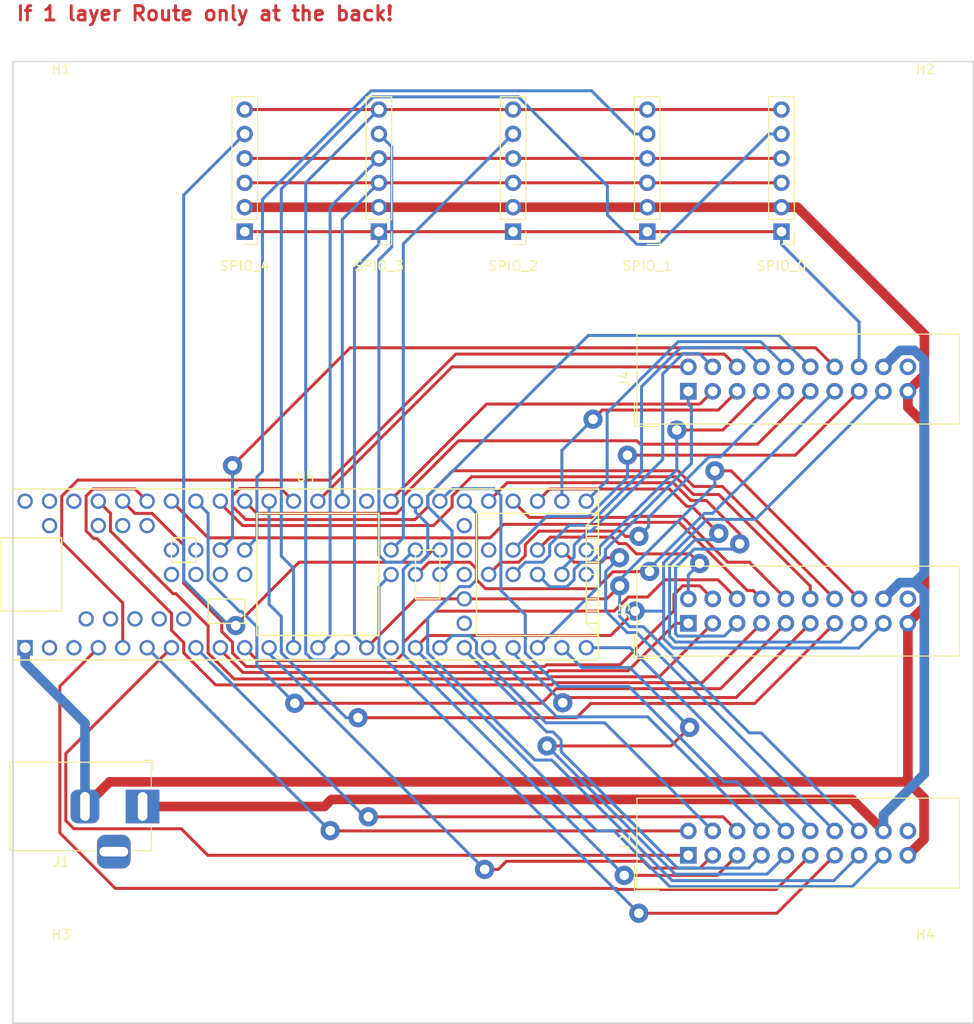
<source format=kicad_pcb>
(kicad_pcb (version 20171130) (host pcbnew "(5.0.1)-4")

  (general
    (thickness 1.6)
    (drawings 5)
    (tracks 567)
    (zones 0)
    (modules 14)
    (nets 90)
  )

  (page A4)
  (layers
    (0 F.Cu signal)
    (31 B.Cu signal)
    (33 F.Adhes user)
    (35 F.Paste user)
    (37 F.SilkS user)
    (39 F.Mask user)
    (40 Dwgs.User user)
    (41 Cmts.User user)
    (42 Eco1.User user)
    (43 Eco2.User user)
    (44 Edge.Cuts user)
    (45 Margin user)
    (46 B.CrtYd user)
    (47 F.CrtYd user)
    (49 F.Fab user hide)
  )

  (setup
    (last_trace_width 0.31)
    (trace_clearance 0.31)
    (zone_clearance 0.508)
    (zone_45_only no)
    (trace_min 0.2)
    (segment_width 0.2)
    (edge_width 0.15)
    (via_size 2)
    (via_drill 1)
    (via_min_size 0.4)
    (via_min_drill 0.3)
    (uvia_size 0.3)
    (uvia_drill 0.1)
    (uvias_allowed no)
    (uvia_min_size 0.2)
    (uvia_min_drill 0.1)
    (pcb_text_width 0.3)
    (pcb_text_size 1.5 1.5)
    (mod_edge_width 0.15)
    (mod_text_size 0.000001 0.000001)
    (mod_text_width 0.15)
    (pad_size 3.2 3.2)
    (pad_drill 3.2)
    (pad_to_mask_clearance 0.051)
    (solder_mask_min_width 0.25)
    (aux_axis_origin 0 0)
    (visible_elements 7FFFFFFF)
    (pcbplotparams
      (layerselection 0x010fc_ffffffff)
      (usegerberextensions false)
      (usegerberattributes false)
      (usegerberadvancedattributes false)
      (creategerberjobfile false)
      (excludeedgelayer true)
      (linewidth 0.100000)
      (plotframeref false)
      (viasonmask false)
      (mode 1)
      (useauxorigin false)
      (hpglpennumber 1)
      (hpglpenspeed 20)
      (hpglpendiameter 15.000000)
      (psnegative false)
      (psa4output false)
      (plotreference true)
      (plotvalue true)
      (plotinvisibletext false)
      (padsonsilk false)
      (subtractmaskfromsilk false)
      (outputformat 1)
      (mirror false)
      (drillshape 1)
      (scaleselection 1)
      (outputdirectory ""))
  )

  (net 0 "")
  (net 1 "Net-(U4-Pad25)")
  (net 2 "Net-(U4-Pad27)")
  (net 3 "Net-(U4-Pad28)")
  (net 4 "Net-(U4-Pad29)")
  (net 5 "Net-(U4-Pad3)")
  (net 6 "Net-(U4-Pad2)")
  (net 7 GND)
  (net 8 "Net-(U4-Pad39)")
  (net 9 "Net-(U4-Pad51)")
  (net 10 "Net-(U4-Pad52)")
  (net 11 "Net-(U4-Pad53)")
  (net 12 "Net-(U4-Pad54)")
  (net 13 "Net-(U4-Pad55)")
  (net 14 "Net-(U4-Pad63)")
  (net 15 "Net-(U4-Pad64)")
  (net 16 "Net-(U4-Pad65)")
  (net 17 "Net-(U4-Pad66)")
  (net 18 "Net-(U4-Pad74)")
  (net 19 "Net-(U4-Pad75)")
  (net 20 "Net-(U4-Pad58)")
  (net 21 "Net-(U4-Pad59)")
  (net 22 "Net-(U4-Pad60)")
  (net 23 "Net-(U4-Pad61)")
  (net 24 /ChamberA.PWM)
  (net 25 /ChamberA.D1)
  (net 26 /ChamberA.D2)
  (net 27 /ChamberA.D3)
  (net 28 /ChamberA.ADC)
  (net 29 /ChamberB.ADC)
  (net 30 /ChamberB.D3)
  (net 31 /ChamberB.D2)
  (net 32 /ChamberB.D1)
  (net 33 /ChamberB.PWM)
  (net 34 /ChamberC.PWM)
  (net 35 /ChamberC.D1)
  (net 36 /ChamberC.D2)
  (net 37 /ChamberC.D3)
  (net 38 /ChamberC.ADC)
  (net 39 /ChamberD.ADC)
  (net 40 /ChamberD.D3)
  (net 41 /ChamberD.D2)
  (net 42 /ChamberD.D1)
  (net 43 /ChamberD.PWM)
  (net 44 /ChamberE.PWM)
  (net 45 /ChamberE.D1)
  (net 46 /ChamberE.D2)
  (net 47 /ChamberE.D3)
  (net 48 /ChamberE.ADC)
  (net 49 /ChamberF.ADC)
  (net 50 /ChamberF.D3)
  (net 51 /ChamberF.D2)
  (net 52 /ChamberF.D1)
  (net 53 /ChamberF.PWM)
  (net 54 /ChamberG.PWM)
  (net 55 /ChamberG.D1)
  (net 56 /ChamberG.D2)
  (net 57 /ChamberG.D3)
  (net 58 /ChamberG.ADC)
  (net 59 /ChamberH.ADC)
  (net 60 /ChamberH.D3)
  (net 61 /ChamberH.D2)
  (net 62 /ChamberH.D1)
  (net 63 /ChamberH.PWM)
  (net 64 /ChamberI.PWM)
  (net 65 /ChamberI.D1)
  (net 66 /ChamberI.D2)
  (net 67 /ChamberI.D3)
  (net 68 /ChamberI.ADC)
  (net 69 /A24)
  (net 70 /D57)
  (net 71 /D56)
  (net 72 /A11)
  (net 73 /A10)
  (net 74 /All.Stby)
  (net 75 /PanicBtn)
  (net 76 /SPI0.MISO)
  (net 77 /SPI0.MOSI)
  (net 78 /SPI0.CS0)
  (net 79 /SPI0.SCK)
  (net 80 "Net-(U4-Pad62)")
  (net 81 VCC)
  (net 82 +12V)
  (net 83 /SPI0.CS4)
  (net 84 /SPI0.CS3)
  (net 85 /SPI0.CS2)
  (net 86 /SPI0.CS1)
  (net 87 "Net-(J2-Pad20)")
  (net 88 "Net-(J3-Pad20)")
  (net 89 "Net-(J4-Pad20)")

  (net_class Default "This is the default net class."
    (clearance 0.31)
    (trace_width 0.31)
    (via_dia 2)
    (via_drill 1)
    (uvia_dia 0.3)
    (uvia_drill 0.1)
    (add_net /A10)
    (add_net /A11)
    (add_net /A24)
    (add_net /All.Stby)
    (add_net /ChamberA.ADC)
    (add_net /ChamberA.D1)
    (add_net /ChamberA.D2)
    (add_net /ChamberA.D3)
    (add_net /ChamberA.PWM)
    (add_net /ChamberB.ADC)
    (add_net /ChamberB.D1)
    (add_net /ChamberB.D2)
    (add_net /ChamberB.D3)
    (add_net /ChamberB.PWM)
    (add_net /ChamberC.ADC)
    (add_net /ChamberC.D1)
    (add_net /ChamberC.D2)
    (add_net /ChamberC.D3)
    (add_net /ChamberC.PWM)
    (add_net /ChamberD.ADC)
    (add_net /ChamberD.D1)
    (add_net /ChamberD.D2)
    (add_net /ChamberD.D3)
    (add_net /ChamberD.PWM)
    (add_net /ChamberE.ADC)
    (add_net /ChamberE.D1)
    (add_net /ChamberE.D2)
    (add_net /ChamberE.D3)
    (add_net /ChamberE.PWM)
    (add_net /ChamberF.ADC)
    (add_net /ChamberF.D1)
    (add_net /ChamberF.D2)
    (add_net /ChamberF.D3)
    (add_net /ChamberF.PWM)
    (add_net /ChamberG.ADC)
    (add_net /ChamberG.D1)
    (add_net /ChamberG.D2)
    (add_net /ChamberG.D3)
    (add_net /ChamberG.PWM)
    (add_net /ChamberH.ADC)
    (add_net /ChamberH.D1)
    (add_net /ChamberH.D2)
    (add_net /ChamberH.D3)
    (add_net /ChamberH.PWM)
    (add_net /ChamberI.ADC)
    (add_net /ChamberI.D1)
    (add_net /ChamberI.D2)
    (add_net /ChamberI.D3)
    (add_net /ChamberI.PWM)
    (add_net /D56)
    (add_net /D57)
    (add_net /PanicBtn)
    (add_net /SPI0.CS0)
    (add_net /SPI0.CS1)
    (add_net /SPI0.CS2)
    (add_net /SPI0.CS3)
    (add_net /SPI0.CS4)
    (add_net /SPI0.MISO)
    (add_net /SPI0.MOSI)
    (add_net /SPI0.SCK)
    (add_net "Net-(J2-Pad20)")
    (add_net "Net-(J3-Pad20)")
    (add_net "Net-(J4-Pad20)")
    (add_net "Net-(U4-Pad2)")
    (add_net "Net-(U4-Pad25)")
    (add_net "Net-(U4-Pad27)")
    (add_net "Net-(U4-Pad28)")
    (add_net "Net-(U4-Pad29)")
    (add_net "Net-(U4-Pad3)")
    (add_net "Net-(U4-Pad39)")
    (add_net "Net-(U4-Pad51)")
    (add_net "Net-(U4-Pad52)")
    (add_net "Net-(U4-Pad53)")
    (add_net "Net-(U4-Pad54)")
    (add_net "Net-(U4-Pad55)")
    (add_net "Net-(U4-Pad58)")
    (add_net "Net-(U4-Pad59)")
    (add_net "Net-(U4-Pad60)")
    (add_net "Net-(U4-Pad61)")
    (add_net "Net-(U4-Pad62)")
    (add_net "Net-(U4-Pad63)")
    (add_net "Net-(U4-Pad64)")
    (add_net "Net-(U4-Pad65)")
    (add_net "Net-(U4-Pad66)")
    (add_net "Net-(U4-Pad74)")
    (add_net "Net-(U4-Pad75)")
    (add_net VCC)
  )

  (net_class Power ""
    (clearance 0.31)
    (trace_width 1)
    (via_dia 2)
    (via_drill 1)
    (uvia_dia 0.3)
    (uvia_drill 0.1)
    (add_net +12V)
    (add_net GND)
  )

  (module Connector_PinHeader_2.54mm:PinHeader_1x06_P2.54mm_Vertical (layer F.Cu) (tedit 59FED5CC) (tstamp 5CC2A4E1)
    (at 38.1 17.6886 180)
    (descr "Through hole straight pin header, 1x06, 2.54mm pitch, single row")
    (tags "Through hole pin header THT 1x06 2.54mm single row")
    (path /5CC2D482)
    (fp_text reference SPIO_3 (at 0 -3.575629 180) (layer F.SilkS)
      (effects (font (size 1 1) (thickness 0.15)))
    )
    (fp_text value Conn_01x06_Female (at 0 15.03 180) (layer F.Fab)
      (effects (font (size 1 1) (thickness 0.15)))
    )
    (fp_text user %R (at 0 6.35 270) (layer F.Fab)
      (effects (font (size 1 1) (thickness 0.15)))
    )
    (fp_line (start 1.8 -1.8) (end -1.8 -1.8) (layer F.CrtYd) (width 0.05))
    (fp_line (start 1.8 14.5) (end 1.8 -1.8) (layer F.CrtYd) (width 0.05))
    (fp_line (start -1.8 14.5) (end 1.8 14.5) (layer F.CrtYd) (width 0.05))
    (fp_line (start -1.8 -1.8) (end -1.8 14.5) (layer F.CrtYd) (width 0.05))
    (fp_line (start -1.33 -1.33) (end 0 -1.33) (layer F.SilkS) (width 0.12))
    (fp_line (start -1.33 0) (end -1.33 -1.33) (layer F.SilkS) (width 0.12))
    (fp_line (start -1.33 1.27) (end 1.33 1.27) (layer F.SilkS) (width 0.12))
    (fp_line (start 1.33 1.27) (end 1.33 14.03) (layer F.SilkS) (width 0.12))
    (fp_line (start -1.33 1.27) (end -1.33 14.03) (layer F.SilkS) (width 0.12))
    (fp_line (start -1.33 14.03) (end 1.33 14.03) (layer F.SilkS) (width 0.12))
    (fp_line (start -1.27 -0.635) (end -0.635 -1.27) (layer F.Fab) (width 0.1))
    (fp_line (start -1.27 13.97) (end -1.27 -0.635) (layer F.Fab) (width 0.1))
    (fp_line (start 1.27 13.97) (end -1.27 13.97) (layer F.Fab) (width 0.1))
    (fp_line (start 1.27 -1.27) (end 1.27 13.97) (layer F.Fab) (width 0.1))
    (fp_line (start -0.635 -1.27) (end 1.27 -1.27) (layer F.Fab) (width 0.1))
    (pad 6 thru_hole oval (at 0 12.7 180) (size 1.7 1.7) (drill 1) (layers *.Cu *.Mask)
      (net 76 /SPI0.MISO))
    (pad 5 thru_hole oval (at 0 10.16 180) (size 1.7 1.7) (drill 1) (layers *.Cu *.Mask)
      (net 84 /SPI0.CS3))
    (pad 4 thru_hole oval (at 0 7.62 180) (size 1.7 1.7) (drill 1) (layers *.Cu *.Mask)
      (net 77 /SPI0.MOSI))
    (pad 3 thru_hole oval (at 0 5.08 180) (size 1.7 1.7) (drill 1) (layers *.Cu *.Mask)
      (net 79 /SPI0.SCK))
    (pad 2 thru_hole oval (at 0 2.54 180) (size 1.7 1.7) (drill 1) (layers *.Cu *.Mask)
      (net 7 GND))
    (pad 1 thru_hole rect (at 0 0 180) (size 1.7 1.7) (drill 1) (layers *.Cu *.Mask)
      (net 81 VCC))
    (model ${KISYS3DMOD}/Connector_PinHeader_2.54mm.3dshapes/PinHeader_1x06_P2.54mm_Vertical.wrl
      (at (xyz 0 0 0))
      (scale (xyz 1 1 1))
      (rotate (xyz 0 0 0))
    )
  )

  (module Connector_PinHeader_2.54mm:PinHeader_1x06_P2.54mm_Vertical (layer F.Cu) (tedit 59FED5CC) (tstamp 5CC2A4C7)
    (at 52.07 17.6886 180)
    (descr "Through hole straight pin header, 1x06, 2.54mm pitch, single row")
    (tags "Through hole pin header THT 1x06 2.54mm single row")
    (path /5CC2D3A9)
    (fp_text reference SPIO_2 (at 0 -3.575629 180) (layer F.SilkS)
      (effects (font (size 1 1) (thickness 0.15)))
    )
    (fp_text value Conn_01x06_Female (at 0 15.03 180) (layer F.Fab)
      (effects (font (size 1 1) (thickness 0.15)))
    )
    (fp_line (start -0.635 -1.27) (end 1.27 -1.27) (layer F.Fab) (width 0.1))
    (fp_line (start 1.27 -1.27) (end 1.27 13.97) (layer F.Fab) (width 0.1))
    (fp_line (start 1.27 13.97) (end -1.27 13.97) (layer F.Fab) (width 0.1))
    (fp_line (start -1.27 13.97) (end -1.27 -0.635) (layer F.Fab) (width 0.1))
    (fp_line (start -1.27 -0.635) (end -0.635 -1.27) (layer F.Fab) (width 0.1))
    (fp_line (start -1.33 14.03) (end 1.33 14.03) (layer F.SilkS) (width 0.12))
    (fp_line (start -1.33 1.27) (end -1.33 14.03) (layer F.SilkS) (width 0.12))
    (fp_line (start 1.33 1.27) (end 1.33 14.03) (layer F.SilkS) (width 0.12))
    (fp_line (start -1.33 1.27) (end 1.33 1.27) (layer F.SilkS) (width 0.12))
    (fp_line (start -1.33 0) (end -1.33 -1.33) (layer F.SilkS) (width 0.12))
    (fp_line (start -1.33 -1.33) (end 0 -1.33) (layer F.SilkS) (width 0.12))
    (fp_line (start -1.8 -1.8) (end -1.8 14.5) (layer F.CrtYd) (width 0.05))
    (fp_line (start -1.8 14.5) (end 1.8 14.5) (layer F.CrtYd) (width 0.05))
    (fp_line (start 1.8 14.5) (end 1.8 -1.8) (layer F.CrtYd) (width 0.05))
    (fp_line (start 1.8 -1.8) (end -1.8 -1.8) (layer F.CrtYd) (width 0.05))
    (fp_text user %R (at 0 6.35 270) (layer F.Fab)
      (effects (font (size 1 1) (thickness 0.15)))
    )
    (pad 1 thru_hole rect (at 0 0 180) (size 1.7 1.7) (drill 1) (layers *.Cu *.Mask)
      (net 81 VCC))
    (pad 2 thru_hole oval (at 0 2.54 180) (size 1.7 1.7) (drill 1) (layers *.Cu *.Mask)
      (net 7 GND))
    (pad 3 thru_hole oval (at 0 5.08 180) (size 1.7 1.7) (drill 1) (layers *.Cu *.Mask)
      (net 79 /SPI0.SCK))
    (pad 4 thru_hole oval (at 0 7.62 180) (size 1.7 1.7) (drill 1) (layers *.Cu *.Mask)
      (net 77 /SPI0.MOSI))
    (pad 5 thru_hole oval (at 0 10.16 180) (size 1.7 1.7) (drill 1) (layers *.Cu *.Mask)
      (net 85 /SPI0.CS2))
    (pad 6 thru_hole oval (at 0 12.7 180) (size 1.7 1.7) (drill 1) (layers *.Cu *.Mask)
      (net 76 /SPI0.MISO))
    (model ${KISYS3DMOD}/Connector_PinHeader_2.54mm.3dshapes/PinHeader_1x06_P2.54mm_Vertical.wrl
      (at (xyz 0 0 0))
      (scale (xyz 1 1 1))
      (rotate (xyz 0 0 0))
    )
  )

  (module Connector_PinHeader_2.54mm:PinHeader_1x06_P2.54mm_Vertical (layer F.Cu) (tedit 59FED5CC) (tstamp 5CC2A493)
    (at 80.01 17.6886 180)
    (descr "Through hole straight pin header, 1x06, 2.54mm pitch, single row")
    (tags "Through hole pin header THT 1x06 2.54mm single row")
    (path /5CC2D0B5)
    (fp_text reference SPIO_0 (at 0 -3.575629 180) (layer F.SilkS)
      (effects (font (size 1 1) (thickness 0.15)))
    )
    (fp_text value Conn_01x06_Female (at 0 15.03 180) (layer F.Fab)
      (effects (font (size 1 1) (thickness 0.15)))
    )
    (fp_line (start -0.635 -1.27) (end 1.27 -1.27) (layer F.Fab) (width 0.1))
    (fp_line (start 1.27 -1.27) (end 1.27 13.97) (layer F.Fab) (width 0.1))
    (fp_line (start 1.27 13.97) (end -1.27 13.97) (layer F.Fab) (width 0.1))
    (fp_line (start -1.27 13.97) (end -1.27 -0.635) (layer F.Fab) (width 0.1))
    (fp_line (start -1.27 -0.635) (end -0.635 -1.27) (layer F.Fab) (width 0.1))
    (fp_line (start -1.33 14.03) (end 1.33 14.03) (layer F.SilkS) (width 0.12))
    (fp_line (start -1.33 1.27) (end -1.33 14.03) (layer F.SilkS) (width 0.12))
    (fp_line (start 1.33 1.27) (end 1.33 14.03) (layer F.SilkS) (width 0.12))
    (fp_line (start -1.33 1.27) (end 1.33 1.27) (layer F.SilkS) (width 0.12))
    (fp_line (start -1.33 0) (end -1.33 -1.33) (layer F.SilkS) (width 0.12))
    (fp_line (start -1.33 -1.33) (end 0 -1.33) (layer F.SilkS) (width 0.12))
    (fp_line (start -1.8 -1.8) (end -1.8 14.5) (layer F.CrtYd) (width 0.05))
    (fp_line (start -1.8 14.5) (end 1.8 14.5) (layer F.CrtYd) (width 0.05))
    (fp_line (start 1.8 14.5) (end 1.8 -1.8) (layer F.CrtYd) (width 0.05))
    (fp_line (start 1.8 -1.8) (end -1.8 -1.8) (layer F.CrtYd) (width 0.05))
    (fp_text user %R (at 0 6.35 270) (layer F.Fab)
      (effects (font (size 1 1) (thickness 0.15)))
    )
    (pad 1 thru_hole rect (at 0 0 180) (size 1.7 1.7) (drill 1) (layers *.Cu *.Mask)
      (net 81 VCC))
    (pad 2 thru_hole oval (at 0 2.54 180) (size 1.7 1.7) (drill 1) (layers *.Cu *.Mask)
      (net 7 GND))
    (pad 3 thru_hole oval (at 0 5.08 180) (size 1.7 1.7) (drill 1) (layers *.Cu *.Mask)
      (net 79 /SPI0.SCK))
    (pad 4 thru_hole oval (at 0 7.62 180) (size 1.7 1.7) (drill 1) (layers *.Cu *.Mask)
      (net 77 /SPI0.MOSI))
    (pad 5 thru_hole oval (at 0 10.16 180) (size 1.7 1.7) (drill 1) (layers *.Cu *.Mask)
      (net 78 /SPI0.CS0))
    (pad 6 thru_hole oval (at 0 12.7 180) (size 1.7 1.7) (drill 1) (layers *.Cu *.Mask)
      (net 76 /SPI0.MISO))
    (model ${KISYS3DMOD}/Connector_PinHeader_2.54mm.3dshapes/PinHeader_1x06_P2.54mm_Vertical.wrl
      (at (xyz 0 0 0))
      (scale (xyz 1 1 1))
      (rotate (xyz 0 0 0))
    )
  )

  (module Connector_PinHeader_2.54mm:PinHeader_1x06_P2.54mm_Vertical (layer F.Cu) (tedit 59FED5CC) (tstamp 5CC81BAF)
    (at 24.13 17.6886 180)
    (descr "Through hole straight pin header, 1x06, 2.54mm pitch, single row")
    (tags "Through hole pin header THT 1x06 2.54mm single row")
    (path /5CC2D81F)
    (fp_text reference SPIO_4 (at 0 -3.575629 180) (layer F.SilkS)
      (effects (font (size 1 1) (thickness 0.15)))
    )
    (fp_text value Conn_01x06_Female (at 0 15.03 180) (layer F.Fab)
      (effects (font (size 1 1) (thickness 0.15)))
    )
    (fp_line (start -0.635 -1.27) (end 1.27 -1.27) (layer F.Fab) (width 0.1))
    (fp_line (start 1.27 -1.27) (end 1.27 13.97) (layer F.Fab) (width 0.1))
    (fp_line (start 1.27 13.97) (end -1.27 13.97) (layer F.Fab) (width 0.1))
    (fp_line (start -1.27 13.97) (end -1.27 -0.635) (layer F.Fab) (width 0.1))
    (fp_line (start -1.27 -0.635) (end -0.635 -1.27) (layer F.Fab) (width 0.1))
    (fp_line (start -1.33 14.03) (end 1.33 14.03) (layer F.SilkS) (width 0.12))
    (fp_line (start -1.33 1.27) (end -1.33 14.03) (layer F.SilkS) (width 0.12))
    (fp_line (start 1.33 1.27) (end 1.33 14.03) (layer F.SilkS) (width 0.12))
    (fp_line (start -1.33 1.27) (end 1.33 1.27) (layer F.SilkS) (width 0.12))
    (fp_line (start -1.33 0) (end -1.33 -1.33) (layer F.SilkS) (width 0.12))
    (fp_line (start -1.33 -1.33) (end 0 -1.33) (layer F.SilkS) (width 0.12))
    (fp_line (start -1.8 -1.8) (end -1.8 14.5) (layer F.CrtYd) (width 0.05))
    (fp_line (start -1.8 14.5) (end 1.8 14.5) (layer F.CrtYd) (width 0.05))
    (fp_line (start 1.8 14.5) (end 1.8 -1.8) (layer F.CrtYd) (width 0.05))
    (fp_line (start 1.8 -1.8) (end -1.8 -1.8) (layer F.CrtYd) (width 0.05))
    (fp_text user %R (at 0 6.35 270) (layer F.Fab)
      (effects (font (size 1 1) (thickness 0.15)))
    )
    (pad 1 thru_hole rect (at 0 0 180) (size 1.7 1.7) (drill 1) (layers *.Cu *.Mask)
      (net 81 VCC))
    (pad 2 thru_hole oval (at 0 2.54 180) (size 1.7 1.7) (drill 1) (layers *.Cu *.Mask)
      (net 7 GND))
    (pad 3 thru_hole oval (at 0 5.08 180) (size 1.7 1.7) (drill 1) (layers *.Cu *.Mask)
      (net 79 /SPI0.SCK))
    (pad 4 thru_hole oval (at 0 7.62 180) (size 1.7 1.7) (drill 1) (layers *.Cu *.Mask)
      (net 77 /SPI0.MOSI))
    (pad 5 thru_hole oval (at 0 10.16 180) (size 1.7 1.7) (drill 1) (layers *.Cu *.Mask)
      (net 83 /SPI0.CS4))
    (pad 6 thru_hole oval (at 0 12.7 180) (size 1.7 1.7) (drill 1) (layers *.Cu *.Mask)
      (net 76 /SPI0.MISO))
    (model ${KISYS3DMOD}/Connector_PinHeader_2.54mm.3dshapes/PinHeader_1x06_P2.54mm_Vertical.wrl
      (at (xyz 0 0 0))
      (scale (xyz 1 1 1))
      (rotate (xyz 0 0 0))
    )
  )

  (module Connector_PinHeader_2.54mm:PinHeader_1x06_P2.54mm_Vertical (layer F.Cu) (tedit 59FED5CC) (tstamp 5CC2A4AD)
    (at 66.04 17.6886 180)
    (descr "Through hole straight pin header, 1x06, 2.54mm pitch, single row")
    (tags "Through hole pin header THT 1x06 2.54mm single row")
    (path /5CC2D373)
    (fp_text reference SPIO_1 (at 0 -3.575629 180) (layer F.SilkS)
      (effects (font (size 1 1) (thickness 0.15)))
    )
    (fp_text value Conn_01x06_Female (at 0 15.03 180) (layer F.Fab)
      (effects (font (size 1 1) (thickness 0.15)))
    )
    (fp_text user %R (at 0 6.35 270) (layer F.Fab)
      (effects (font (size 1 1) (thickness 0.15)))
    )
    (fp_line (start 1.8 -1.8) (end -1.8 -1.8) (layer F.CrtYd) (width 0.05))
    (fp_line (start 1.8 14.5) (end 1.8 -1.8) (layer F.CrtYd) (width 0.05))
    (fp_line (start -1.8 14.5) (end 1.8 14.5) (layer F.CrtYd) (width 0.05))
    (fp_line (start -1.8 -1.8) (end -1.8 14.5) (layer F.CrtYd) (width 0.05))
    (fp_line (start -1.33 -1.33) (end 0 -1.33) (layer F.SilkS) (width 0.12))
    (fp_line (start -1.33 0) (end -1.33 -1.33) (layer F.SilkS) (width 0.12))
    (fp_line (start -1.33 1.27) (end 1.33 1.27) (layer F.SilkS) (width 0.12))
    (fp_line (start 1.33 1.27) (end 1.33 14.03) (layer F.SilkS) (width 0.12))
    (fp_line (start -1.33 1.27) (end -1.33 14.03) (layer F.SilkS) (width 0.12))
    (fp_line (start -1.33 14.03) (end 1.33 14.03) (layer F.SilkS) (width 0.12))
    (fp_line (start -1.27 -0.635) (end -0.635 -1.27) (layer F.Fab) (width 0.1))
    (fp_line (start -1.27 13.97) (end -1.27 -0.635) (layer F.Fab) (width 0.1))
    (fp_line (start 1.27 13.97) (end -1.27 13.97) (layer F.Fab) (width 0.1))
    (fp_line (start 1.27 -1.27) (end 1.27 13.97) (layer F.Fab) (width 0.1))
    (fp_line (start -0.635 -1.27) (end 1.27 -1.27) (layer F.Fab) (width 0.1))
    (pad 6 thru_hole oval (at 0 12.7 180) (size 1.7 1.7) (drill 1) (layers *.Cu *.Mask)
      (net 76 /SPI0.MISO))
    (pad 5 thru_hole oval (at 0 10.16 180) (size 1.7 1.7) (drill 1) (layers *.Cu *.Mask)
      (net 86 /SPI0.CS1))
    (pad 4 thru_hole oval (at 0 7.62 180) (size 1.7 1.7) (drill 1) (layers *.Cu *.Mask)
      (net 77 /SPI0.MOSI))
    (pad 3 thru_hole oval (at 0 5.08 180) (size 1.7 1.7) (drill 1) (layers *.Cu *.Mask)
      (net 79 /SPI0.SCK))
    (pad 2 thru_hole oval (at 0 2.54 180) (size 1.7 1.7) (drill 1) (layers *.Cu *.Mask)
      (net 7 GND))
    (pad 1 thru_hole rect (at 0 0 180) (size 1.7 1.7) (drill 1) (layers *.Cu *.Mask)
      (net 81 VCC))
    (model ${KISYS3DMOD}/Connector_PinHeader_2.54mm.3dshapes/PinHeader_1x06_P2.54mm_Vertical.wrl
      (at (xyz 0 0 0))
      (scale (xyz 1 1 1))
      (rotate (xyz 0 0 0))
    )
  )

  (module MountingHole:MountingHole_3.2mm_M3 (layer F.Cu) (tedit 56D1B4CB) (tstamp 5CC82183)
    (at 5 5)
    (descr "Mounting Hole 3.2mm, no annular, M3")
    (tags "mounting hole 3.2mm no annular m3")
    (path /5CB701BB)
    (attr virtual)
    (fp_text reference H1 (at 0 -4.2) (layer F.SilkS)
      (effects (font (size 1 1) (thickness 0.15)))
    )
    (fp_text value MountingHole (at 0 4.2) (layer F.Fab)
      (effects (font (size 1 1) (thickness 0.15)))
    )
    (fp_text user %R (at 0.3 0) (layer F.Fab)
      (effects (font (size 1 1) (thickness 0.15)))
    )
    (fp_circle (center 0 0) (end 3.2 0) (layer Cmts.User) (width 0.15))
    (fp_circle (center 0 0) (end 3.45 0) (layer F.CrtYd) (width 0.05))
    (pad 1 np_thru_hole circle (at 0 0) (size 3.2 3.2) (drill 3.2) (layers *.Cu *.Mask))
  )

  (module MountingHole:MountingHole_3.2mm_M3 (layer F.Cu) (tedit 56D1B4CB) (tstamp 5CBED1D6)
    (at 95 5)
    (descr "Mounting Hole 3.2mm, no annular, M3")
    (tags "mounting hole 3.2mm no annular m3")
    (path /5CB704E4)
    (attr virtual)
    (fp_text reference H2 (at 0 -4.2) (layer F.SilkS)
      (effects (font (size 1 1) (thickness 0.15)))
    )
    (fp_text value MountingHole (at 0 4.2) (layer F.Fab)
      (effects (font (size 1 1) (thickness 0.15)))
    )
    (fp_circle (center 0 0) (end 3.45 0) (layer F.CrtYd) (width 0.05))
    (fp_circle (center 0 0) (end 3.2 0) (layer Cmts.User) (width 0.15))
    (fp_text user %R (at 0.3 0) (layer F.Fab)
      (effects (font (size 1 1) (thickness 0.15)))
    )
    (pad 1 np_thru_hole circle (at 0 0) (size 3.2 3.2) (drill 3.2) (layers *.Cu *.Mask))
  )

  (module MountingHole:MountingHole_3.2mm_M3 (layer F.Cu) (tedit 56D1B4CB) (tstamp 5CBED1DE)
    (at 5 95)
    (descr "Mounting Hole 3.2mm, no annular, M3")
    (tags "mounting hole 3.2mm no annular m3")
    (path /5CB70540)
    (attr virtual)
    (fp_text reference H3 (at 0 -4.2) (layer F.SilkS)
      (effects (font (size 1 1) (thickness 0.15)))
    )
    (fp_text value MountingHole (at 0 4.2) (layer F.Fab)
      (effects (font (size 1 1) (thickness 0.15)))
    )
    (fp_text user %R (at 0.3 0) (layer F.Fab)
      (effects (font (size 1 1) (thickness 0.15)))
    )
    (fp_circle (center 0 0) (end 3.2 0) (layer Cmts.User) (width 0.15))
    (fp_circle (center 0 0) (end 3.45 0) (layer F.CrtYd) (width 0.05))
    (pad 1 np_thru_hole circle (at 0 0) (size 3.2 3.2) (drill 3.2) (layers *.Cu *.Mask))
  )

  (module MountingHole:MountingHole_3.2mm_M3 (layer F.Cu) (tedit 56D1B4CB) (tstamp 5CBED1E6)
    (at 95 95)
    (descr "Mounting Hole 3.2mm, no annular, M3")
    (tags "mounting hole 3.2mm no annular m3")
    (path /5CB70598)
    (attr virtual)
    (fp_text reference H4 (at 0 -4.2) (layer F.SilkS)
      (effects (font (size 1 1) (thickness 0.15)))
    )
    (fp_text value MountingHole (at 0 4.2) (layer F.Fab)
      (effects (font (size 1 1) (thickness 0.15)))
    )
    (fp_circle (center 0 0) (end 3.45 0) (layer F.CrtYd) (width 0.05))
    (fp_circle (center 0 0) (end 3.2 0) (layer Cmts.User) (width 0.15))
    (fp_text user %R (at 0.3 0) (layer F.Fab)
      (effects (font (size 1 1) (thickness 0.15)))
    )
    (pad 1 np_thru_hole circle (at 0 0) (size 3.2 3.2) (drill 3.2) (layers *.Cu *.Mask))
  )

  (module teensy:Teensy35_36 (layer F.Cu) (tedit 58E3CF68) (tstamp 5CBF35E3)
    (at 30.48 53.34)
    (path /5CB5B701)
    (fp_text reference U4 (at 0 -10.16) (layer F.SilkS)
      (effects (font (size 1 1) (thickness 0.15)))
    )
    (fp_text value Teensy3.6 (at 0 10.16) (layer F.Fab)
      (effects (font (size 1 1) (thickness 0.15)))
    )
    (fp_line (start -13.97 -3.81) (end -13.97 -1.27) (layer F.SilkS) (width 0.15))
    (fp_line (start -13.97 -1.27) (end -11.43 -1.27) (layer F.SilkS) (width 0.15))
    (fp_line (start -11.43 -1.27) (end -11.43 -3.81) (layer F.SilkS) (width 0.15))
    (fp_line (start -11.43 -3.81) (end -13.97 -3.81) (layer F.SilkS) (width 0.15))
    (fp_line (start -6.35 5.08) (end -10.16 5.08) (layer F.SilkS) (width 0.15))
    (fp_line (start -10.16 5.08) (end -10.16 2.54) (layer F.SilkS) (width 0.15))
    (fp_line (start -10.16 2.54) (end -6.35 2.54) (layer F.SilkS) (width 0.15))
    (fp_line (start -6.35 2.54) (end -6.35 5.08) (layer F.SilkS) (width 0.15))
    (fp_line (start 7.62 6.35) (end 7.62 -6.35) (layer F.SilkS) (width 0.15))
    (fp_line (start -5.08 -6.35) (end -5.08 6.35) (layer F.SilkS) (width 0.15))
    (fp_line (start -5.08 6.35) (end 7.62 6.35) (layer F.SilkS) (width 0.15))
    (fp_line (start -5.08 -6.35) (end 7.62 -6.35) (layer F.SilkS) (width 0.15))
    (fp_line (start 29.21 5.08) (end 30.48 5.08) (layer F.SilkS) (width 0.15))
    (fp_line (start 29.21 3.81) (end 30.48 3.81) (layer F.SilkS) (width 0.15))
    (fp_line (start 29.21 2.54) (end 30.48 2.54) (layer F.SilkS) (width 0.15))
    (fp_line (start 29.21 1.27) (end 30.48 1.27) (layer F.SilkS) (width 0.15))
    (fp_line (start 29.21 0) (end 30.48 0) (layer F.SilkS) (width 0.15))
    (fp_line (start 29.21 -1.27) (end 30.48 -1.27) (layer F.SilkS) (width 0.15))
    (fp_line (start 29.21 -2.54) (end 30.48 -2.54) (layer F.SilkS) (width 0.15))
    (fp_line (start 29.21 -3.81) (end 30.48 -3.81) (layer F.SilkS) (width 0.15))
    (fp_line (start 29.21 -5.08) (end 30.48 -5.08) (layer F.SilkS) (width 0.15))
    (fp_line (start 30.48 6.35) (end 29.21 5.08) (layer F.SilkS) (width 0.15))
    (fp_line (start 29.21 5.08) (end 29.21 -5.08) (layer F.SilkS) (width 0.15))
    (fp_line (start 29.21 -5.08) (end 30.48 -6.35) (layer F.SilkS) (width 0.15))
    (fp_line (start 30.48 -6.35) (end 17.78 -6.35) (layer F.SilkS) (width 0.15))
    (fp_line (start 17.78 -6.35) (end 17.78 6.35) (layer F.SilkS) (width 0.15))
    (fp_line (start 17.78 6.35) (end 30.48 6.35) (layer F.SilkS) (width 0.15))
    (fp_line (start 30.48 -8.89) (end -30.48 -8.89) (layer F.SilkS) (width 0.15))
    (fp_line (start -30.48 8.89) (end 30.48 8.89) (layer F.SilkS) (width 0.15))
    (fp_line (start -30.48 3.81) (end -31.75 3.81) (layer F.SilkS) (width 0.15))
    (fp_line (start -31.75 3.81) (end -31.75 -3.81) (layer F.SilkS) (width 0.15))
    (fp_line (start -31.75 -3.81) (end -30.48 -3.81) (layer F.SilkS) (width 0.15))
    (fp_line (start -25.4 3.81) (end -25.4 -3.81) (layer F.SilkS) (width 0.15))
    (fp_line (start -25.4 -3.81) (end -30.48 -3.81) (layer F.SilkS) (width 0.15))
    (fp_line (start -25.4 3.81) (end -30.48 3.81) (layer F.SilkS) (width 0.15))
    (fp_line (start 13.97 -2.54) (end 13.97 2.54) (layer F.SilkS) (width 0.15))
    (fp_line (start 13.97 2.54) (end 11.43 2.54) (layer F.SilkS) (width 0.15))
    (fp_line (start 11.43 2.54) (end 11.43 -2.54) (layer F.SilkS) (width 0.15))
    (fp_line (start 11.43 -2.54) (end 13.97 -2.54) (layer F.SilkS) (width 0.15))
    (fp_line (start 30.48 -8.89) (end 30.48 8.89) (layer F.SilkS) (width 0.15))
    (fp_line (start -30.48 8.89) (end -30.48 -8.89) (layer F.SilkS) (width 0.15))
    (pad 17 thru_hole circle (at 11.43 7.62) (size 1.6 1.6) (drill 1.1) (layers *.Cu *.Mask)
      (net 74 /All.Stby))
    (pad 18 thru_hole circle (at 13.97 7.62) (size 1.6 1.6) (drill 1.1) (layers *.Cu *.Mask)
      (net 27 /ChamberA.D3))
    (pad 19 thru_hole circle (at 16.51 7.62) (size 1.6 1.6) (drill 1.1) (layers *.Cu *.Mask)
      (net 32 /ChamberB.D1))
    (pad 20 thru_hole circle (at 19.05 7.62) (size 1.6 1.6) (drill 1.1) (layers *.Cu *.Mask)
      (net 31 /ChamberB.D2))
    (pad 16 thru_hole circle (at 8.89 7.62) (size 1.6 1.6) (drill 1.1) (layers *.Cu *.Mask)
      (net 75 /PanicBtn))
    (pad 15 thru_hole circle (at 6.35 7.62) (size 1.6 1.6) (drill 1.1) (layers *.Cu *.Mask)
      (net 81 VCC))
    (pad 14 thru_hole circle (at 3.81 7.62) (size 1.6 1.6) (drill 1.1) (layers *.Cu *.Mask)
      (net 76 /SPI0.MISO))
    (pad 21 thru_hole circle (at 21.59 7.62) (size 1.6 1.6) (drill 1.1) (layers *.Cu *.Mask)
      (net 53 /ChamberF.PWM))
    (pad 22 thru_hole circle (at 24.13 7.62) (size 1.6 1.6) (drill 1.1) (layers *.Cu *.Mask)
      (net 54 /ChamberG.PWM))
    (pad 23 thru_hole circle (at 26.67 7.62) (size 1.6 1.6) (drill 1.1) (layers *.Cu *.Mask)
      (net 30 /ChamberB.D3))
    (pad 24 thru_hole circle (at 29.21 7.62) (size 1.6 1.6) (drill 1.1) (layers *.Cu *.Mask)
      (net 35 /ChamberC.D1))
    (pad 25 thru_hole circle (at 16.51 5.08) (size 1.6 1.6) (drill 1.1) (layers *.Cu *.Mask)
      (net 1 "Net-(U4-Pad25)"))
    (pad 26 thru_hole circle (at 16.51 2.54) (size 1.6 1.6) (drill 1.1) (layers *.Cu *.Mask)
      (net 81 VCC))
    (pad 27 thru_hole circle (at 16.51 0) (size 1.6 1.6) (drill 1.1) (layers *.Cu *.Mask)
      (net 2 "Net-(U4-Pad27)"))
    (pad 28 thru_hole circle (at 16.51 -2.54) (size 1.6 1.6) (drill 1.1) (layers *.Cu *.Mask)
      (net 3 "Net-(U4-Pad28)"))
    (pad 29 thru_hole circle (at 16.51 -5.08) (size 1.6 1.6) (drill 1.1) (layers *.Cu *.Mask)
      (net 4 "Net-(U4-Pad29)"))
    (pad 30 thru_hole circle (at 29.21 -7.62) (size 1.6 1.6) (drill 1.1) (layers *.Cu *.Mask)
      (net 59 /ChamberH.ADC))
    (pad 31 thru_hole circle (at 26.67 -7.62) (size 1.6 1.6) (drill 1.1) (layers *.Cu *.Mask)
      (net 58 /ChamberG.ADC))
    (pad 32 thru_hole circle (at 24.13 -7.62) (size 1.6 1.6) (drill 1.1) (layers *.Cu *.Mask)
      (net 49 /ChamberF.ADC))
    (pad 33 thru_hole circle (at 21.59 -7.62) (size 1.6 1.6) (drill 1.1) (layers *.Cu *.Mask)
      (net 48 /ChamberE.ADC))
    (pad 34 thru_hole circle (at 19.05 -7.62) (size 1.6 1.6) (drill 1.1) (layers *.Cu *.Mask)
      (net 39 /ChamberD.ADC))
    (pad 35 thru_hole circle (at 16.51 -7.62) (size 1.6 1.6) (drill 1.1) (layers *.Cu *.Mask)
      (net 38 /ChamberC.ADC))
    (pad 36 thru_hole circle (at 13.97 -7.62) (size 1.6 1.6) (drill 1.1) (layers *.Cu *.Mask)
      (net 29 /ChamberB.ADC))
    (pad 37 thru_hole circle (at 11.43 -7.62) (size 1.6 1.6) (drill 1.1) (layers *.Cu *.Mask)
      (net 28 /ChamberA.ADC))
    (pad 13 thru_hole circle (at 1.27 7.62) (size 1.6 1.6) (drill 1.1) (layers *.Cu *.Mask)
      (net 77 /SPI0.MOSI))
    (pad 12 thru_hole circle (at -1.27 7.62) (size 1.6 1.6) (drill 1.1) (layers *.Cu *.Mask)
      (net 78 /SPI0.CS0))
    (pad 11 thru_hole circle (at -3.81 7.62) (size 1.6 1.6) (drill 1.1) (layers *.Cu *.Mask)
      (net 26 /ChamberA.D2))
    (pad 10 thru_hole circle (at -6.35 7.62) (size 1.6 1.6) (drill 1.1) (layers *.Cu *.Mask)
      (net 44 /ChamberE.PWM))
    (pad 9 thru_hole circle (at -8.89 7.62) (size 1.6 1.6) (drill 1.1) (layers *.Cu *.Mask)
      (net 43 /ChamberD.PWM))
    (pad 8 thru_hole circle (at -11.43 7.62) (size 1.6 1.6) (drill 1.1) (layers *.Cu *.Mask)
      (net 33 /ChamberB.PWM))
    (pad 7 thru_hole circle (at -13.97 7.62) (size 1.6 1.6) (drill 1.1) (layers *.Cu *.Mask)
      (net 24 /ChamberA.PWM))
    (pad 6 thru_hole circle (at -16.51 7.62) (size 1.6 1.6) (drill 1.1) (layers *.Cu *.Mask)
      (net 25 /ChamberA.D1))
    (pad 5 thru_hole circle (at -19.05 7.62) (size 1.6 1.6) (drill 1.1) (layers *.Cu *.Mask)
      (net 63 /ChamberH.PWM))
    (pad 4 thru_hole circle (at -21.59 7.62) (size 1.6 1.6) (drill 1.1) (layers *.Cu *.Mask)
      (net 34 /ChamberC.PWM))
    (pad 3 thru_hole circle (at -24.13 7.62) (size 1.6 1.6) (drill 1.1) (layers *.Cu *.Mask)
      (net 5 "Net-(U4-Pad3)"))
    (pad 2 thru_hole circle (at -26.67 7.62) (size 1.6 1.6) (drill 1.1) (layers *.Cu *.Mask)
      (net 6 "Net-(U4-Pad2)"))
    (pad 1 thru_hole rect (at -29.21 7.62) (size 1.6 1.6) (drill 1.1) (layers *.Cu *.Mask)
      (net 7 GND))
    (pad 38 thru_hole circle (at 8.89 -7.62) (size 1.6 1.6) (drill 1.1) (layers *.Cu *.Mask)
      (net 56 /ChamberG.D2))
    (pad 39 thru_hole circle (at 6.35 -7.62) (size 1.6 1.6) (drill 1.1) (layers *.Cu *.Mask)
      (net 8 "Net-(U4-Pad39)"))
    (pad 40 thru_hole circle (at 3.81 -7.62) (size 1.6 1.6) (drill 1.1) (layers *.Cu *.Mask)
      (net 79 /SPI0.SCK))
    (pad 41 thru_hole circle (at 1.27 -7.62) (size 1.6 1.6) (drill 1.1) (layers *.Cu *.Mask)
      (net 55 /ChamberG.D1))
    (pad 42 thru_hole circle (at -1.27 -7.62) (size 1.6 1.6) (drill 1.1) (layers *.Cu *.Mask)
      (net 50 /ChamberF.D3))
    (pad 43 thru_hole circle (at -3.81 -7.62) (size 1.6 1.6) (drill 1.1) (layers *.Cu *.Mask)
      (net 51 /ChamberF.D2))
    (pad 44 thru_hole circle (at -6.35 -7.62) (size 1.6 1.6) (drill 1.1) (layers *.Cu *.Mask)
      (net 64 /ChamberI.PWM))
    (pad 45 thru_hole circle (at -8.89 -7.62) (size 1.6 1.6) (drill 1.1) (layers *.Cu *.Mask)
      (net 52 /ChamberF.D1))
    (pad 46 thru_hole circle (at -11.43 -7.62) (size 1.6 1.6) (drill 1.1) (layers *.Cu *.Mask)
      (net 47 /ChamberE.D3))
    (pad 47 thru_hole circle (at -13.97 -7.62) (size 1.6 1.6) (drill 1.1) (layers *.Cu *.Mask)
      (net 46 /ChamberE.D2))
    (pad 48 thru_hole circle (at -16.51 -7.62) (size 1.6 1.6) (drill 1.1) (layers *.Cu *.Mask)
      (net 45 /ChamberE.D1))
    (pad 49 thru_hole circle (at -19.05 -7.62) (size 1.6 1.6) (drill 1.1) (layers *.Cu *.Mask)
      (net 40 /ChamberD.D3))
    (pad 50 thru_hole circle (at -21.59 -7.62) (size 1.6 1.6) (drill 1.1) (layers *.Cu *.Mask)
      (net 41 /ChamberD.D2))
    (pad 51 thru_hole circle (at -24.13 -7.62) (size 1.6 1.6) (drill 1.1) (layers *.Cu *.Mask)
      (net 9 "Net-(U4-Pad51)"))
    (pad 52 thru_hole circle (at -26.67 -7.62) (size 1.6 1.6) (drill 1.1) (layers *.Cu *.Mask)
      (net 10 "Net-(U4-Pad52)"))
    (pad 53 thru_hole circle (at -29.21 -7.62) (size 1.6 1.6) (drill 1.1) (layers *.Cu *.Mask)
      (net 11 "Net-(U4-Pad53)"))
    (pad 54 thru_hole circle (at -26.67 -5.08) (size 1.6 1.6) (drill 1.1) (layers *.Cu *.Mask)
      (net 12 "Net-(U4-Pad54)"))
    (pad 55 thru_hole circle (at -21.59 -5.08) (size 1.6 1.6) (drill 1.1) (layers *.Cu *.Mask)
      (net 13 "Net-(U4-Pad55)"))
    (pad 56 thru_hole circle (at -19.05 -5.08) (size 1.6 1.6) (drill 1.1) (layers *.Cu *.Mask)
      (net 73 /A10))
    (pad 57 thru_hole circle (at -16.51 -5.08) (size 1.6 1.6) (drill 1.1) (layers *.Cu *.Mask)
      (net 72 /A11))
    (pad 63 thru_hole circle (at -13.97 0) (size 1.6 1.6) (drill 1.1) (layers *.Cu *.Mask)
      (net 14 "Net-(U4-Pad63)"))
    (pad 64 thru_hole circle (at -11.43 0) (size 1.6 1.6) (drill 1.1) (layers *.Cu *.Mask)
      (net 15 "Net-(U4-Pad64)"))
    (pad 65 thru_hole circle (at -8.89 0) (size 1.6 1.6) (drill 1.1) (layers *.Cu *.Mask)
      (net 16 "Net-(U4-Pad65)"))
    (pad 66 thru_hole circle (at -6.35 0) (size 1.6 1.6) (drill 1.1) (layers *.Cu *.Mask)
      (net 17 "Net-(U4-Pad66)"))
    (pad 67 thru_hole circle (at 8.89 0) (size 1.6 1.6) (drill 1.1) (layers *.Cu *.Mask)
      (net 36 /ChamberC.D2))
    (pad 68 thru_hole circle (at 11.43 0) (size 1.6 1.6) (drill 1.1) (layers *.Cu *.Mask)
      (net 66 /ChamberI.D2))
    (pad 69 thru_hole circle (at 13.97 0) (size 1.6 1.6) (drill 1.1) (layers *.Cu *.Mask)
      (net 65 /ChamberI.D1))
    (pad 70 thru_hole circle (at 19.05 0) (size 1.6 1.6) (drill 1.1) (layers *.Cu *.Mask)
      (net 60 /ChamberH.D3))
    (pad 71 thru_hole circle (at 21.59 0) (size 1.6 1.6) (drill 1.1) (layers *.Cu *.Mask)
      (net 61 /ChamberH.D2))
    (pad 72 thru_hole circle (at 24.13 0) (size 1.6 1.6) (drill 1.1) (layers *.Cu *.Mask)
      (net 62 /ChamberH.D1))
    (pad 73 thru_hole circle (at 26.67 0) (size 1.6 1.6) (drill 1.1) (layers *.Cu *.Mask)
      (net 57 /ChamberG.D3))
    (pad 74 thru_hole circle (at 29.21 0) (size 1.6 1.6) (drill 1.1) (layers *.Cu *.Mask)
      (net 18 "Net-(U4-Pad74)"))
    (pad 75 thru_hole circle (at 29.21 -2.54) (size 1.6 1.6) (drill 1.1) (layers *.Cu *.Mask)
      (net 19 "Net-(U4-Pad75)"))
    (pad 76 thru_hole circle (at 26.67 -2.54) (size 1.6 1.6) (drill 1.1) (layers *.Cu *.Mask)
      (net 37 /ChamberC.D3))
    (pad 77 thru_hole circle (at 24.13 -2.54) (size 1.6 1.6) (drill 1.1) (layers *.Cu *.Mask)
      (net 42 /ChamberD.D1))
    (pad 78 thru_hole circle (at 21.59 -2.54) (size 1.6 1.6) (drill 1.1) (layers *.Cu *.Mask)
      (net 68 /ChamberI.ADC))
    (pad 79 thru_hole circle (at 19.05 -2.54) (size 1.6 1.6) (drill 1.1) (layers *.Cu *.Mask)
      (net 69 /A24))
    (pad 80 thru_hole circle (at 13.97 -2.54) (size 1.6 1.6) (drill 1.1) (layers *.Cu *.Mask)
      (net 83 /SPI0.CS4))
    (pad 81 thru_hole circle (at 11.43 -2.54) (size 1.6 1.6) (drill 1.1) (layers *.Cu *.Mask)
      (net 84 /SPI0.CS3))
    (pad 82 thru_hole circle (at 8.89 -2.54) (size 1.6 1.6) (drill 1.1) (layers *.Cu *.Mask)
      (net 85 /SPI0.CS2))
    (pad 83 thru_hole circle (at -6.35 -2.54) (size 1.6 1.6) (drill 1.1) (layers *.Cu *.Mask)
      (net 86 /SPI0.CS1))
    (pad 84 thru_hole circle (at -8.89 -2.54) (size 1.6 1.6) (drill 1.1) (layers *.Cu *.Mask)
      (net 67 /ChamberI.D3))
    (pad 85 thru_hole circle (at -11.43 -2.54) (size 1.6 1.6) (drill 1.1) (layers *.Cu *.Mask)
      (net 71 /D56))
    (pad 86 thru_hole circle (at -13.97 -2.54) (size 1.6 1.6) (drill 1.1) (layers *.Cu *.Mask)
      (net 70 /D57))
    (pad 58 thru_hole circle (at -22.86 4.62) (size 1.6 1.6) (drill 1.1) (layers *.Cu *.Mask)
      (net 20 "Net-(U4-Pad58)"))
    (pad 59 thru_hole circle (at -20.32 4.62) (size 1.6 1.6) (drill 1.1) (layers *.Cu *.Mask)
      (net 21 "Net-(U4-Pad59)"))
    (pad 60 thru_hole circle (at -17.78 4.62) (size 1.6 1.6) (drill 1.1) (layers *.Cu *.Mask)
      (net 22 "Net-(U4-Pad60)"))
    (pad 61 thru_hole circle (at -15.24 4.62) (size 1.6 1.6) (drill 1.1) (layers *.Cu *.Mask)
      (net 23 "Net-(U4-Pad61)"))
    (pad 62 thru_hole circle (at -12.7 4.62) (size 1.6 1.6) (drill 1.1) (layers *.Cu *.Mask)
      (net 80 "Net-(U4-Pad62)"))
  )

  (module Connector_BarrelJack:BarrelJack_Horizontal (layer F.Cu) (tedit 5A1DBF6A) (tstamp 5CC2A6B0)
    (at 13.5 77.47)
    (descr "DC Barrel Jack")
    (tags "Power Jack")
    (path /5CC2EC84)
    (fp_text reference J1 (at -8.45 5.75) (layer F.SilkS)
      (effects (font (size 1 1) (thickness 0.15)))
    )
    (fp_text value Jack-DC (at -6.2 -5.5) (layer F.Fab)
      (effects (font (size 1 1) (thickness 0.15)))
    )
    (fp_text user %R (at -3 -2.95) (layer F.Fab)
      (effects (font (size 1 1) (thickness 0.15)))
    )
    (fp_line (start -0.003213 -4.505425) (end 0.8 -3.75) (layer F.Fab) (width 0.1))
    (fp_line (start 1.1 -3.75) (end 1.1 -4.8) (layer F.SilkS) (width 0.12))
    (fp_line (start 0.05 -4.8) (end 1.1 -4.8) (layer F.SilkS) (width 0.12))
    (fp_line (start 1 -4.5) (end 1 -4.75) (layer F.CrtYd) (width 0.05))
    (fp_line (start 1 -4.75) (end -14 -4.75) (layer F.CrtYd) (width 0.05))
    (fp_line (start 1 -4.5) (end 1 -2) (layer F.CrtYd) (width 0.05))
    (fp_line (start 1 -2) (end 2 -2) (layer F.CrtYd) (width 0.05))
    (fp_line (start 2 -2) (end 2 2) (layer F.CrtYd) (width 0.05))
    (fp_line (start 2 2) (end 1 2) (layer F.CrtYd) (width 0.05))
    (fp_line (start 1 2) (end 1 4.75) (layer F.CrtYd) (width 0.05))
    (fp_line (start 1 4.75) (end -1 4.75) (layer F.CrtYd) (width 0.05))
    (fp_line (start -1 4.75) (end -1 6.75) (layer F.CrtYd) (width 0.05))
    (fp_line (start -1 6.75) (end -5 6.75) (layer F.CrtYd) (width 0.05))
    (fp_line (start -5 6.75) (end -5 4.75) (layer F.CrtYd) (width 0.05))
    (fp_line (start -5 4.75) (end -14 4.75) (layer F.CrtYd) (width 0.05))
    (fp_line (start -14 4.75) (end -14 -4.75) (layer F.CrtYd) (width 0.05))
    (fp_line (start -5 4.6) (end -13.8 4.6) (layer F.SilkS) (width 0.12))
    (fp_line (start -13.8 4.6) (end -13.8 -4.6) (layer F.SilkS) (width 0.12))
    (fp_line (start 0.9 1.9) (end 0.9 4.6) (layer F.SilkS) (width 0.12))
    (fp_line (start 0.9 4.6) (end -1 4.6) (layer F.SilkS) (width 0.12))
    (fp_line (start -13.8 -4.6) (end 0.9 -4.6) (layer F.SilkS) (width 0.12))
    (fp_line (start 0.9 -4.6) (end 0.9 -2) (layer F.SilkS) (width 0.12))
    (fp_line (start -10.2 -4.5) (end -10.2 4.5) (layer F.Fab) (width 0.1))
    (fp_line (start -13.7 -4.5) (end -13.7 4.5) (layer F.Fab) (width 0.1))
    (fp_line (start -13.7 4.5) (end 0.8 4.5) (layer F.Fab) (width 0.1))
    (fp_line (start 0.8 4.5) (end 0.8 -3.75) (layer F.Fab) (width 0.1))
    (fp_line (start 0 -4.5) (end -13.7 -4.5) (layer F.Fab) (width 0.1))
    (pad 1 thru_hole rect (at 0 0) (size 3.5 3.5) (drill oval 1 3) (layers *.Cu *.Mask)
      (net 82 +12V))
    (pad 2 thru_hole roundrect (at -6 0) (size 3 3.5) (drill oval 1 3) (layers *.Cu *.Mask) (roundrect_rratio 0.25)
      (net 7 GND))
    (pad 3 thru_hole roundrect (at -3 4.7) (size 3.5 3.5) (drill oval 3 1) (layers *.Cu *.Mask) (roundrect_rratio 0.25))
    (model ${KISYS3DMOD}/Connector_BarrelJack.3dshapes/BarrelJack_Horizontal.wrl
      (at (xyz 0 0 0))
      (scale (xyz 1 1 1))
      (rotate (xyz 0 0 0))
    )
  )

  (module Connector_IDC:IDC-Header_2x10_P2.54mm_Vertical (layer F.Cu) (tedit 59DE0251) (tstamp 5CD961D5)
    (at 70.31 82.55 90)
    (descr "Through hole straight IDC box header, 2x10, 2.54mm pitch, double rows")
    (tags "Through hole IDC box header THT 2x10 2.54mm double row")
    (path /5CCAA497)
    (fp_text reference J2 (at 1.27 -6.604 90) (layer F.SilkS)
      (effects (font (size 1 1) (thickness 0.15)))
    )
    (fp_text value Conn_01x20_Female (at 1.27 29.464 90) (layer F.Fab)
      (effects (font (size 1 1) (thickness 0.15)))
    )
    (fp_text user %R (at 1.27 11.43 90) (layer F.Fab)
      (effects (font (size 1 1) (thickness 0.15)))
    )
    (fp_line (start 5.695 -5.1) (end 5.695 27.96) (layer F.Fab) (width 0.1))
    (fp_line (start 5.145 -4.56) (end 5.145 27.4) (layer F.Fab) (width 0.1))
    (fp_line (start -3.155 -5.1) (end -3.155 27.96) (layer F.Fab) (width 0.1))
    (fp_line (start -2.605 -4.56) (end -2.605 9.18) (layer F.Fab) (width 0.1))
    (fp_line (start -2.605 13.68) (end -2.605 27.4) (layer F.Fab) (width 0.1))
    (fp_line (start -2.605 9.18) (end -3.155 9.18) (layer F.Fab) (width 0.1))
    (fp_line (start -2.605 13.68) (end -3.155 13.68) (layer F.Fab) (width 0.1))
    (fp_line (start 5.695 -5.1) (end -3.155 -5.1) (layer F.Fab) (width 0.1))
    (fp_line (start 5.145 -4.56) (end -2.605 -4.56) (layer F.Fab) (width 0.1))
    (fp_line (start 5.695 27.96) (end -3.155 27.96) (layer F.Fab) (width 0.1))
    (fp_line (start 5.145 27.4) (end -2.605 27.4) (layer F.Fab) (width 0.1))
    (fp_line (start 5.695 -5.1) (end 5.145 -4.56) (layer F.Fab) (width 0.1))
    (fp_line (start 5.695 27.96) (end 5.145 27.4) (layer F.Fab) (width 0.1))
    (fp_line (start -3.155 -5.1) (end -2.605 -4.56) (layer F.Fab) (width 0.1))
    (fp_line (start -3.155 27.96) (end -2.605 27.4) (layer F.Fab) (width 0.1))
    (fp_line (start 5.95 -5.35) (end 5.95 28.21) (layer F.CrtYd) (width 0.05))
    (fp_line (start 5.95 28.21) (end -3.41 28.21) (layer F.CrtYd) (width 0.05))
    (fp_line (start -3.41 28.21) (end -3.41 -5.35) (layer F.CrtYd) (width 0.05))
    (fp_line (start -3.41 -5.35) (end 5.95 -5.35) (layer F.CrtYd) (width 0.05))
    (fp_line (start 5.945 -5.35) (end 5.945 28.21) (layer F.SilkS) (width 0.12))
    (fp_line (start 5.945 28.21) (end -3.405 28.21) (layer F.SilkS) (width 0.12))
    (fp_line (start -3.405 28.21) (end -3.405 -5.35) (layer F.SilkS) (width 0.12))
    (fp_line (start -3.405 -5.35) (end 5.945 -5.35) (layer F.SilkS) (width 0.12))
    (fp_line (start -3.655 -5.6) (end -3.655 -3.06) (layer F.SilkS) (width 0.12))
    (fp_line (start -3.655 -5.6) (end -1.115 -5.6) (layer F.SilkS) (width 0.12))
    (pad 1 thru_hole rect (at 0 0 90) (size 1.7272 1.7272) (drill 1.016) (layers *.Cu *.Mask)
      (net 24 /ChamberA.PWM))
    (pad 2 thru_hole oval (at 2.54 0 90) (size 1.7272 1.7272) (drill 1.016) (layers *.Cu *.Mask)
      (net 25 /ChamberA.D1))
    (pad 3 thru_hole oval (at 0 2.54 90) (size 1.7272 1.7272) (drill 1.016) (layers *.Cu *.Mask)
      (net 26 /ChamberA.D2))
    (pad 4 thru_hole oval (at 2.54 2.54 90) (size 1.7272 1.7272) (drill 1.016) (layers *.Cu *.Mask)
      (net 27 /ChamberA.D3))
    (pad 5 thru_hole oval (at 0 5.08 90) (size 1.7272 1.7272) (drill 1.016) (layers *.Cu *.Mask)
      (net 28 /ChamberA.ADC))
    (pad 6 thru_hole oval (at 2.54 5.08 90) (size 1.7272 1.7272) (drill 1.016) (layers *.Cu *.Mask)
      (net 33 /ChamberB.PWM))
    (pad 7 thru_hole oval (at 0 7.62 90) (size 1.7272 1.7272) (drill 1.016) (layers *.Cu *.Mask)
      (net 32 /ChamberB.D1))
    (pad 8 thru_hole oval (at 2.54 7.62 90) (size 1.7272 1.7272) (drill 1.016) (layers *.Cu *.Mask)
      (net 31 /ChamberB.D2))
    (pad 9 thru_hole oval (at 0 10.16 90) (size 1.7272 1.7272) (drill 1.016) (layers *.Cu *.Mask)
      (net 30 /ChamberB.D3))
    (pad 10 thru_hole oval (at 2.54 10.16 90) (size 1.7272 1.7272) (drill 1.016) (layers *.Cu *.Mask)
      (net 29 /ChamberB.ADC))
    (pad 11 thru_hole oval (at 0 12.7 90) (size 1.7272 1.7272) (drill 1.016) (layers *.Cu *.Mask)
      (net 34 /ChamberC.PWM))
    (pad 12 thru_hole oval (at 2.54 12.7 90) (size 1.7272 1.7272) (drill 1.016) (layers *.Cu *.Mask)
      (net 35 /ChamberC.D1))
    (pad 13 thru_hole oval (at 0 15.24 90) (size 1.7272 1.7272) (drill 1.016) (layers *.Cu *.Mask)
      (net 36 /ChamberC.D2))
    (pad 14 thru_hole oval (at 2.54 15.24 90) (size 1.7272 1.7272) (drill 1.016) (layers *.Cu *.Mask)
      (net 37 /ChamberC.D3))
    (pad 15 thru_hole oval (at 0 17.78 90) (size 1.7272 1.7272) (drill 1.016) (layers *.Cu *.Mask)
      (net 38 /ChamberC.ADC))
    (pad 16 thru_hole oval (at 2.54 17.78 90) (size 1.7272 1.7272) (drill 1.016) (layers *.Cu *.Mask)
      (net 81 VCC))
    (pad 17 thru_hole oval (at 0 20.32 90) (size 1.7272 1.7272) (drill 1.016) (layers *.Cu *.Mask)
      (net 74 /All.Stby))
    (pad 18 thru_hole oval (at 2.54 20.32 90) (size 1.7272 1.7272) (drill 1.016) (layers *.Cu *.Mask)
      (net 82 +12V))
    (pad 19 thru_hole oval (at 0 22.86 90) (size 1.7272 1.7272) (drill 1.016) (layers *.Cu *.Mask)
      (net 7 GND))
    (pad 20 thru_hole oval (at 2.54 22.86 90) (size 1.7272 1.7272) (drill 1.016) (layers *.Cu *.Mask)
      (net 87 "Net-(J2-Pad20)"))
    (model ${KISYS3DMOD}/Connector_IDC.3dshapes/IDC-Header_2x10_P2.54mm_Vertical.wrl
      (at (xyz 0 0 0))
      (scale (xyz 1 1 1))
      (rotate (xyz 0 0 0))
    )
  )

  (module Connector_IDC:IDC-Header_2x10_P2.54mm_Vertical (layer F.Cu) (tedit 59DE0251) (tstamp 5CD96206)
    (at 70.31 58.42 90)
    (descr "Through hole straight IDC box header, 2x10, 2.54mm pitch, double rows")
    (tags "Through hole IDC box header THT 2x10 2.54mm double row")
    (path /5CCAA7C7)
    (fp_text reference J3 (at 1.27 -6.604 90) (layer F.SilkS)
      (effects (font (size 1 1) (thickness 0.15)))
    )
    (fp_text value Conn_01x20_Female (at 1.27 29.464 90) (layer F.Fab)
      (effects (font (size 1 1) (thickness 0.15)))
    )
    (fp_line (start -3.655 -5.6) (end -1.115 -5.6) (layer F.SilkS) (width 0.12))
    (fp_line (start -3.655 -5.6) (end -3.655 -3.06) (layer F.SilkS) (width 0.12))
    (fp_line (start -3.405 -5.35) (end 5.945 -5.35) (layer F.SilkS) (width 0.12))
    (fp_line (start -3.405 28.21) (end -3.405 -5.35) (layer F.SilkS) (width 0.12))
    (fp_line (start 5.945 28.21) (end -3.405 28.21) (layer F.SilkS) (width 0.12))
    (fp_line (start 5.945 -5.35) (end 5.945 28.21) (layer F.SilkS) (width 0.12))
    (fp_line (start -3.41 -5.35) (end 5.95 -5.35) (layer F.CrtYd) (width 0.05))
    (fp_line (start -3.41 28.21) (end -3.41 -5.35) (layer F.CrtYd) (width 0.05))
    (fp_line (start 5.95 28.21) (end -3.41 28.21) (layer F.CrtYd) (width 0.05))
    (fp_line (start 5.95 -5.35) (end 5.95 28.21) (layer F.CrtYd) (width 0.05))
    (fp_line (start -3.155 27.96) (end -2.605 27.4) (layer F.Fab) (width 0.1))
    (fp_line (start -3.155 -5.1) (end -2.605 -4.56) (layer F.Fab) (width 0.1))
    (fp_line (start 5.695 27.96) (end 5.145 27.4) (layer F.Fab) (width 0.1))
    (fp_line (start 5.695 -5.1) (end 5.145 -4.56) (layer F.Fab) (width 0.1))
    (fp_line (start 5.145 27.4) (end -2.605 27.4) (layer F.Fab) (width 0.1))
    (fp_line (start 5.695 27.96) (end -3.155 27.96) (layer F.Fab) (width 0.1))
    (fp_line (start 5.145 -4.56) (end -2.605 -4.56) (layer F.Fab) (width 0.1))
    (fp_line (start 5.695 -5.1) (end -3.155 -5.1) (layer F.Fab) (width 0.1))
    (fp_line (start -2.605 13.68) (end -3.155 13.68) (layer F.Fab) (width 0.1))
    (fp_line (start -2.605 9.18) (end -3.155 9.18) (layer F.Fab) (width 0.1))
    (fp_line (start -2.605 13.68) (end -2.605 27.4) (layer F.Fab) (width 0.1))
    (fp_line (start -2.605 -4.56) (end -2.605 9.18) (layer F.Fab) (width 0.1))
    (fp_line (start -3.155 -5.1) (end -3.155 27.96) (layer F.Fab) (width 0.1))
    (fp_line (start 5.145 -4.56) (end 5.145 27.4) (layer F.Fab) (width 0.1))
    (fp_line (start 5.695 -5.1) (end 5.695 27.96) (layer F.Fab) (width 0.1))
    (fp_text user %R (at 1.27 11.43 90) (layer F.Fab)
      (effects (font (size 1 1) (thickness 0.15)))
    )
    (pad 20 thru_hole oval (at 2.54 22.86 90) (size 1.7272 1.7272) (drill 1.016) (layers *.Cu *.Mask)
      (net 88 "Net-(J3-Pad20)"))
    (pad 19 thru_hole oval (at 0 22.86 90) (size 1.7272 1.7272) (drill 1.016) (layers *.Cu *.Mask)
      (net 7 GND))
    (pad 18 thru_hole oval (at 2.54 20.32 90) (size 1.7272 1.7272) (drill 1.016) (layers *.Cu *.Mask)
      (net 82 +12V))
    (pad 17 thru_hole oval (at 0 20.32 90) (size 1.7272 1.7272) (drill 1.016) (layers *.Cu *.Mask)
      (net 74 /All.Stby))
    (pad 16 thru_hole oval (at 2.54 17.78 90) (size 1.7272 1.7272) (drill 1.016) (layers *.Cu *.Mask)
      (net 81 VCC))
    (pad 15 thru_hole oval (at 0 17.78 90) (size 1.7272 1.7272) (drill 1.016) (layers *.Cu *.Mask)
      (net 49 /ChamberF.ADC))
    (pad 14 thru_hole oval (at 2.54 15.24 90) (size 1.7272 1.7272) (drill 1.016) (layers *.Cu *.Mask)
      (net 50 /ChamberF.D3))
    (pad 13 thru_hole oval (at 0 15.24 90) (size 1.7272 1.7272) (drill 1.016) (layers *.Cu *.Mask)
      (net 51 /ChamberF.D2))
    (pad 12 thru_hole oval (at 2.54 12.7 90) (size 1.7272 1.7272) (drill 1.016) (layers *.Cu *.Mask)
      (net 52 /ChamberF.D1))
    (pad 11 thru_hole oval (at 0 12.7 90) (size 1.7272 1.7272) (drill 1.016) (layers *.Cu *.Mask)
      (net 53 /ChamberF.PWM))
    (pad 10 thru_hole oval (at 2.54 10.16 90) (size 1.7272 1.7272) (drill 1.016) (layers *.Cu *.Mask)
      (net 48 /ChamberE.ADC))
    (pad 9 thru_hole oval (at 0 10.16 90) (size 1.7272 1.7272) (drill 1.016) (layers *.Cu *.Mask)
      (net 47 /ChamberE.D3))
    (pad 8 thru_hole oval (at 2.54 7.62 90) (size 1.7272 1.7272) (drill 1.016) (layers *.Cu *.Mask)
      (net 46 /ChamberE.D2))
    (pad 7 thru_hole oval (at 0 7.62 90) (size 1.7272 1.7272) (drill 1.016) (layers *.Cu *.Mask)
      (net 45 /ChamberE.D1))
    (pad 6 thru_hole oval (at 2.54 5.08 90) (size 1.7272 1.7272) (drill 1.016) (layers *.Cu *.Mask)
      (net 44 /ChamberE.PWM))
    (pad 5 thru_hole oval (at 0 5.08 90) (size 1.7272 1.7272) (drill 1.016) (layers *.Cu *.Mask)
      (net 39 /ChamberD.ADC))
    (pad 4 thru_hole oval (at 2.54 2.54 90) (size 1.7272 1.7272) (drill 1.016) (layers *.Cu *.Mask)
      (net 40 /ChamberD.D3))
    (pad 3 thru_hole oval (at 0 2.54 90) (size 1.7272 1.7272) (drill 1.016) (layers *.Cu *.Mask)
      (net 41 /ChamberD.D2))
    (pad 2 thru_hole oval (at 2.54 0 90) (size 1.7272 1.7272) (drill 1.016) (layers *.Cu *.Mask)
      (net 42 /ChamberD.D1))
    (pad 1 thru_hole rect (at 0 0 90) (size 1.7272 1.7272) (drill 1.016) (layers *.Cu *.Mask)
      (net 43 /ChamberD.PWM))
    (model ${KISYS3DMOD}/Connector_IDC.3dshapes/IDC-Header_2x10_P2.54mm_Vertical.wrl
      (at (xyz 0 0 0))
      (scale (xyz 1 1 1))
      (rotate (xyz 0 0 0))
    )
  )

  (module Connector_IDC:IDC-Header_2x10_P2.54mm_Vertical (layer F.Cu) (tedit 59DE0251) (tstamp 5CF403EC)
    (at 70.31 34.29 90)
    (descr "Through hole straight IDC box header, 2x10, 2.54mm pitch, double rows")
    (tags "Through hole IDC box header THT 2x10 2.54mm double row")
    (path /5CCAA801)
    (fp_text reference J4 (at 1.27 -6.604 90) (layer F.SilkS)
      (effects (font (size 1 1) (thickness 0.15)))
    )
    (fp_text value Conn_01x20_Female (at 1.27 29.464 90) (layer F.Fab)
      (effects (font (size 1 1) (thickness 0.15)))
    )
    (fp_text user %R (at 1.27 11.43 90) (layer F.Fab)
      (effects (font (size 1 1) (thickness 0.15)))
    )
    (fp_line (start 5.695 -5.1) (end 5.695 27.96) (layer F.Fab) (width 0.1))
    (fp_line (start 5.145 -4.56) (end 5.145 27.4) (layer F.Fab) (width 0.1))
    (fp_line (start -3.155 -5.1) (end -3.155 27.96) (layer F.Fab) (width 0.1))
    (fp_line (start -2.605 -4.56) (end -2.605 9.18) (layer F.Fab) (width 0.1))
    (fp_line (start -2.605 13.68) (end -2.605 27.4) (layer F.Fab) (width 0.1))
    (fp_line (start -2.605 9.18) (end -3.155 9.18) (layer F.Fab) (width 0.1))
    (fp_line (start -2.605 13.68) (end -3.155 13.68) (layer F.Fab) (width 0.1))
    (fp_line (start 5.695 -5.1) (end -3.155 -5.1) (layer F.Fab) (width 0.1))
    (fp_line (start 5.145 -4.56) (end -2.605 -4.56) (layer F.Fab) (width 0.1))
    (fp_line (start 5.695 27.96) (end -3.155 27.96) (layer F.Fab) (width 0.1))
    (fp_line (start 5.145 27.4) (end -2.605 27.4) (layer F.Fab) (width 0.1))
    (fp_line (start 5.695 -5.1) (end 5.145 -4.56) (layer F.Fab) (width 0.1))
    (fp_line (start 5.695 27.96) (end 5.145 27.4) (layer F.Fab) (width 0.1))
    (fp_line (start -3.155 -5.1) (end -2.605 -4.56) (layer F.Fab) (width 0.1))
    (fp_line (start -3.155 27.96) (end -2.605 27.4) (layer F.Fab) (width 0.1))
    (fp_line (start 5.95 -5.35) (end 5.95 28.21) (layer F.CrtYd) (width 0.05))
    (fp_line (start 5.95 28.21) (end -3.41 28.21) (layer F.CrtYd) (width 0.05))
    (fp_line (start -3.41 28.21) (end -3.41 -5.35) (layer F.CrtYd) (width 0.05))
    (fp_line (start -3.41 -5.35) (end 5.95 -5.35) (layer F.CrtYd) (width 0.05))
    (fp_line (start 5.945 -5.35) (end 5.945 28.21) (layer F.SilkS) (width 0.12))
    (fp_line (start 5.945 28.21) (end -3.405 28.21) (layer F.SilkS) (width 0.12))
    (fp_line (start -3.405 28.21) (end -3.405 -5.35) (layer F.SilkS) (width 0.12))
    (fp_line (start -3.405 -5.35) (end 5.945 -5.35) (layer F.SilkS) (width 0.12))
    (fp_line (start -3.655 -5.6) (end -3.655 -3.06) (layer F.SilkS) (width 0.12))
    (fp_line (start -3.655 -5.6) (end -1.115 -5.6) (layer F.SilkS) (width 0.12))
    (pad 1 thru_hole rect (at 0 0 90) (size 1.7272 1.7272) (drill 1.016) (layers *.Cu *.Mask)
      (net 54 /ChamberG.PWM))
    (pad 2 thru_hole oval (at 2.54 0 90) (size 1.7272 1.7272) (drill 1.016) (layers *.Cu *.Mask)
      (net 55 /ChamberG.D1))
    (pad 3 thru_hole oval (at 0 2.54 90) (size 1.7272 1.7272) (drill 1.016) (layers *.Cu *.Mask)
      (net 56 /ChamberG.D2))
    (pad 4 thru_hole oval (at 2.54 2.54 90) (size 1.7272 1.7272) (drill 1.016) (layers *.Cu *.Mask)
      (net 57 /ChamberG.D3))
    (pad 5 thru_hole oval (at 0 5.08 90) (size 1.7272 1.7272) (drill 1.016) (layers *.Cu *.Mask)
      (net 58 /ChamberG.ADC))
    (pad 6 thru_hole oval (at 2.54 5.08 90) (size 1.7272 1.7272) (drill 1.016) (layers *.Cu *.Mask)
      (net 63 /ChamberH.PWM))
    (pad 7 thru_hole oval (at 0 7.62 90) (size 1.7272 1.7272) (drill 1.016) (layers *.Cu *.Mask)
      (net 62 /ChamberH.D1))
    (pad 8 thru_hole oval (at 2.54 7.62 90) (size 1.7272 1.7272) (drill 1.016) (layers *.Cu *.Mask)
      (net 61 /ChamberH.D2))
    (pad 9 thru_hole oval (at 0 10.16 90) (size 1.7272 1.7272) (drill 1.016) (layers *.Cu *.Mask)
      (net 60 /ChamberH.D3))
    (pad 10 thru_hole oval (at 2.54 10.16 90) (size 1.7272 1.7272) (drill 1.016) (layers *.Cu *.Mask)
      (net 59 /ChamberH.ADC))
    (pad 11 thru_hole oval (at 0 12.7 90) (size 1.7272 1.7272) (drill 1.016) (layers *.Cu *.Mask)
      (net 64 /ChamberI.PWM))
    (pad 12 thru_hole oval (at 2.54 12.7 90) (size 1.7272 1.7272) (drill 1.016) (layers *.Cu *.Mask)
      (net 65 /ChamberI.D1))
    (pad 13 thru_hole oval (at 0 15.24 90) (size 1.7272 1.7272) (drill 1.016) (layers *.Cu *.Mask)
      (net 66 /ChamberI.D2))
    (pad 14 thru_hole oval (at 2.54 15.24 90) (size 1.7272 1.7272) (drill 1.016) (layers *.Cu *.Mask)
      (net 67 /ChamberI.D3))
    (pad 15 thru_hole oval (at 0 17.78 90) (size 1.7272 1.7272) (drill 1.016) (layers *.Cu *.Mask)
      (net 68 /ChamberI.ADC))
    (pad 16 thru_hole oval (at 2.54 17.78 90) (size 1.7272 1.7272) (drill 1.016) (layers *.Cu *.Mask)
      (net 81 VCC))
    (pad 17 thru_hole oval (at 0 20.32 90) (size 1.7272 1.7272) (drill 1.016) (layers *.Cu *.Mask)
      (net 74 /All.Stby))
    (pad 18 thru_hole oval (at 2.54 20.32 90) (size 1.7272 1.7272) (drill 1.016) (layers *.Cu *.Mask)
      (net 82 +12V))
    (pad 19 thru_hole oval (at 0 22.86 90) (size 1.7272 1.7272) (drill 1.016) (layers *.Cu *.Mask)
      (net 7 GND))
    (pad 20 thru_hole oval (at 2.54 22.86 90) (size 1.7272 1.7272) (drill 1.016) (layers *.Cu *.Mask)
      (net 89 "Net-(J4-Pad20)"))
    (model ${KISYS3DMOD}/Connector_IDC.3dshapes/IDC-Header_2x10_P2.54mm_Vertical.wrl
      (at (xyz 0 0 0))
      (scale (xyz 1 1 1))
      (rotate (xyz 0 0 0))
    )
  )

  (gr_line (start 0 100) (end 100 100) (layer Edge.Cuts) (width 0.15))
  (gr_line (start 0 0) (end 0 100) (layer Edge.Cuts) (width 0.15))
  (gr_line (start 0 0) (end 100 0) (layer Edge.Cuts) (width 0.15))
  (gr_line (start 100 100) (end 100 0) (layer Edge.Cuts) (width 0.15))
  (gr_text "If 1 layer Route only at the back!" (at 20 -5) (layer F.Cu)
    (effects (font (size 1.5 1.5) (thickness 0.3)))
  )

  (segment (start 93.17 74.9096) (end 10.0604 74.9096) (width 1) (layer F.Cu) (net 7))
  (segment (start 10.0604 74.9096) (end 7.5 77.47) (width 1) (layer F.Cu) (net 7))
  (segment (start 93.17 82.55) (end 94.8548 80.8652) (width 1) (layer F.Cu) (net 7))
  (segment (start 94.8548 80.8652) (end 94.8548 76.5944) (width 1) (layer F.Cu) (net 7))
  (segment (start 94.8548 76.5944) (end 93.17 74.9096) (width 1) (layer F.Cu) (net 7))
  (segment (start 93.17 60.0939) (end 93.17 74.9096) (width 1) (layer F.Cu) (net 7))
  (segment (start 93.17 58.42) (end 93.17 60.0939) (width 1) (layer F.Cu) (net 7))
  (segment (start 93.17 35.9639) (end 94.8962 37.6901) (width 1) (layer F.Cu) (net 7))
  (segment (start 94.8962 37.6901) (end 94.8962 56.6938) (width 1) (layer F.Cu) (net 7))
  (segment (start 94.8962 56.6938) (end 93.17 58.42) (width 1) (layer F.Cu) (net 7))
  (segment (start 1.27 60.96) (end 1.27 62.5703) (width 1) (layer B.Cu) (net 7))
  (segment (start 7.5 77.47) (end 7.5 68.8003) (width 1) (layer B.Cu) (net 7))
  (segment (start 7.5 68.8003) (end 1.27 62.5703) (width 1) (layer B.Cu) (net 7))
  (segment (start 80.01 15.1486) (end 81.6703 15.1486) (width 1) (layer F.Cu) (net 7))
  (segment (start 81.6703 15.1486) (end 94.8907 28.369) (width 1) (layer F.Cu) (net 7))
  (segment (start 94.8907 28.369) (end 94.8907 32.5693) (width 1) (layer F.Cu) (net 7))
  (segment (start 94.8907 32.5693) (end 93.17 34.29) (width 1) (layer F.Cu) (net 7))
  (segment (start 66.04 15.1486) (end 80.01 15.1486) (width 1) (layer F.Cu) (net 7))
  (segment (start 93.17 34.29) (end 93.17 35.9639) (width 1) (layer F.Cu) (net 7))
  (segment (start 52.07 15.1486) (end 38.1 15.1486) (width 1) (layer F.Cu) (net 7))
  (segment (start 66.04 15.1486) (end 52.07 15.1486) (width 1) (layer F.Cu) (net 7))
  (segment (start 24.13 15.1486) (end 38.1 15.1486) (width 1) (layer F.Cu) (net 7))
  (segment (start 17.5341 79.7902) (end 6.3474 79.7902) (width 0.31) (layer F.Cu) (net 24))
  (segment (start 5.5039 71.9661) (end 16.51 60.96) (width 0.31) (layer F.Cu) (net 24))
  (segment (start 5.5039 78.9467) (end 5.5039 71.9661) (width 0.31) (layer F.Cu) (net 24))
  (segment (start 70.31 82.55) (end 20.2939 82.55) (width 0.31) (layer F.Cu) (net 24))
  (segment (start 6.3474 79.7902) (end 5.5039 78.9467) (width 0.31) (layer F.Cu) (net 24))
  (segment (start 20.2939 82.55) (end 17.5341 79.7902) (width 0.31) (layer F.Cu) (net 24))
  (via (at 33.03 79.98) (size 2) (drill 1) (layers F.Cu B.Cu) (net 25))
  (segment (start 13.97 60.96) (end 32.99 79.98) (width 0.31) (layer B.Cu) (net 25))
  (segment (start 32.99 79.98) (end 33.03 79.98) (width 0.31) (layer B.Cu) (net 25))
  (segment (start 70.31 80.01) (end 33.06 80.01) (width 0.31) (layer F.Cu) (net 25))
  (segment (start 33.06 80.01) (end 33.03 79.98) (width 0.31) (layer F.Cu) (net 25))
  (segment (start 50.518413 84.01501) (end 49.1042 84.01501) (width 0.31) (layer F.Cu) (net 26))
  (segment (start 51.363412 83.170011) (end 50.518413 84.01501) (width 0.31) (layer F.Cu) (net 26))
  (segment (start 65.639511 83.170011) (end 51.363412 83.170011) (width 0.31) (layer F.Cu) (net 26))
  (segment (start 66.3485 83.879) (end 65.639511 83.170011) (width 0.31) (layer F.Cu) (net 26))
  (via (at 49.1042 84.01501) (size 2) (drill 1) (layers F.Cu B.Cu) (net 26))
  (segment (start 72.85 82.55) (end 71.521 83.879) (width 0.31) (layer F.Cu) (net 26))
  (segment (start 48.104201 83.015011) (end 49.1042 84.01501) (width 0.31) (layer B.Cu) (net 26))
  (segment (start 26.67 60.96) (end 26.67 61.58081) (width 0.31) (layer B.Cu) (net 26))
  (segment (start 26.67 61.58081) (end 48.104201 83.015011) (width 0.31) (layer B.Cu) (net 26))
  (segment (start 71.521 83.879) (end 66.3485 83.879) (width 0.31) (layer F.Cu) (net 26))
  (segment (start 44.45 60.96) (end 45.7154 59.6946) (width 0.31) (layer B.Cu) (net 27))
  (segment (start 45.7154 59.6946) (end 47.5678 59.6946) (width 0.31) (layer B.Cu) (net 27))
  (segment (start 47.5678 59.6946) (end 48.26 60.3868) (width 0.31) (layer B.Cu) (net 27))
  (segment (start 48.26 60.3868) (end 48.26 61.5298) (width 0.31) (layer B.Cu) (net 27))
  (segment (start 48.26 61.5298) (end 55.4984 68.7682) (width 0.31) (layer B.Cu) (net 27))
  (segment (start 55.4984 68.7682) (end 61.6082 68.7682) (width 0.31) (layer B.Cu) (net 27))
  (segment (start 61.6082 68.7682) (end 72.85 80.01) (width 0.31) (layer B.Cu) (net 27))
  (segment (start 41.91 45.72) (end 41.91 46.85137) (width 0.31) (layer B.Cu) (net 28))
  (segment (start 41.91 46.85137) (end 43.1846 48.12597) (width 0.31) (layer B.Cu) (net 28))
  (segment (start 65.055313 84.635021) (end 63.6411 84.635021) (width 0.31) (layer F.Cu) (net 28))
  (segment (start 43.1846 51.3878) (end 42.5024 52.07) (width 0.31) (layer B.Cu) (net 28))
  (segment (start 42.5024 52.07) (end 41.3864 52.07) (width 0.31) (layer B.Cu) (net 28))
  (segment (start 41.3864 52.07) (end 40.64 52.8164) (width 0.31) (layer B.Cu) (net 28))
  (segment (start 40.64 52.8164) (end 40.64 61.633921) (width 0.31) (layer B.Cu) (net 28))
  (segment (start 73.304979 84.635021) (end 65.055313 84.635021) (width 0.31) (layer F.Cu) (net 28))
  (segment (start 43.1846 48.12597) (end 43.1846 51.3878) (width 0.31) (layer B.Cu) (net 28))
  (segment (start 40.64 61.633921) (end 62.641101 83.635022) (width 0.31) (layer B.Cu) (net 28))
  (segment (start 75.39 82.55) (end 73.304979 84.635021) (width 0.31) (layer F.Cu) (net 28))
  (segment (start 62.641101 83.635022) (end 63.6411 84.635021) (width 0.31) (layer B.Cu) (net 28))
  (via (at 63.6411 84.635021) (size 2) (drill 1) (layers F.Cu B.Cu) (net 28))
  (segment (start 80.47 80.01) (end 75.3728 74.9128) (width 0.31) (layer B.Cu) (net 29))
  (segment (start 75.3728 74.9128) (end 74.0452 74.9128) (width 0.31) (layer B.Cu) (net 29))
  (segment (start 74.0452 74.9128) (end 64.127 64.9946) (width 0.31) (layer B.Cu) (net 29))
  (segment (start 64.127 64.9946) (end 56.8234 64.9946) (width 0.31) (layer B.Cu) (net 29))
  (segment (start 56.8234 64.9946) (end 53.34 61.5112) (width 0.31) (layer B.Cu) (net 29))
  (segment (start 53.34 61.5112) (end 53.34 57.5409) (width 0.31) (layer B.Cu) (net 29))
  (segment (start 53.34 57.5409) (end 50.8 55.0009) (width 0.31) (layer B.Cu) (net 29))
  (segment (start 50.8 55.0009) (end 50.8 45.1306) (width 0.31) (layer B.Cu) (net 29))
  (segment (start 50.8 45.1306) (end 50.0858 44.4164) (width 0.31) (layer B.Cu) (net 29))
  (segment (start 50.0858 44.4164) (end 45.7536 44.4164) (width 0.31) (layer B.Cu) (net 29))
  (segment (start 45.7536 44.4164) (end 44.45 45.72) (width 0.31) (layer B.Cu) (net 29))
  (segment (start 70.445 69.2403) (end 64.2247 63.02) (width 0.31) (layer B.Cu) (net 30))
  (segment (start 64.2247 63.02) (end 59.21 63.02) (width 0.31) (layer B.Cu) (net 30))
  (segment (start 59.21 63.02) (end 57.15 60.96) (width 0.31) (layer B.Cu) (net 30))
  (segment (start 55.6079 71.1754) (end 68.5099 71.1754) (width 0.31) (layer F.Cu) (net 30))
  (segment (start 68.5099 71.1754) (end 70.445 69.2403) (width 0.31) (layer F.Cu) (net 30))
  (segment (start 80.47 82.55) (end 78.5119 84.5081) (width 0.31) (layer B.Cu) (net 30))
  (segment (start 78.5119 84.5081) (end 68.9336 84.5081) (width 0.31) (layer B.Cu) (net 30))
  (segment (start 68.9336 84.5081) (end 55.6079 71.1824) (width 0.31) (layer B.Cu) (net 30))
  (segment (start 55.6079 71.1824) (end 55.6079 71.1754) (width 0.31) (layer B.Cu) (net 30))
  (via (at 70.445 69.2403) (size 2) (layers F.Cu B.Cu) (net 30))
  (via (at 55.6079 71.1754) (size 2) (layers F.Cu B.Cu) (net 30))
  (segment (start 77.93 80.01) (end 66.0678 68.1478) (width 0.31) (layer B.Cu) (net 31))
  (segment (start 66.0678 68.1478) (end 56.6138 68.1478) (width 0.31) (layer B.Cu) (net 31))
  (segment (start 56.6138 68.1478) (end 49.53 61.064) (width 0.31) (layer B.Cu) (net 31))
  (segment (start 49.53 61.064) (end 49.53 60.96) (width 0.31) (layer B.Cu) (net 31))
  (segment (start 77.93 82.55) (end 76.601 83.879) (width 0.31) (layer B.Cu) (net 32))
  (segment (start 76.601 83.879) (end 69.1824 83.879) (width 0.31) (layer B.Cu) (net 32))
  (segment (start 69.1824 83.879) (end 57.0732 71.7698) (width 0.31) (layer B.Cu) (net 32))
  (segment (start 57.0732 71.7698) (end 57.0732 70.5684) (width 0.31) (layer B.Cu) (net 32))
  (segment (start 57.0732 70.5684) (end 56.2149 69.7101) (width 0.31) (layer B.Cu) (net 32))
  (segment (start 56.2149 69.7101) (end 55.5584 69.7101) (width 0.31) (layer B.Cu) (net 32))
  (segment (start 55.5584 69.7101) (end 46.99 61.1417) (width 0.31) (layer B.Cu) (net 32))
  (segment (start 46.99 61.1417) (end 46.99 60.96) (width 0.31) (layer B.Cu) (net 32))
  (via (at 37.0077 78.54499) (size 2) (drill 1) (layers F.Cu B.Cu) (net 33))
  (segment (start 75.39 80.01) (end 73.92499 78.54499) (width 0.31) (layer F.Cu) (net 33))
  (segment (start 19.05 60.96) (end 36.63499 78.54499) (width 0.31) (layer B.Cu) (net 33))
  (segment (start 36.63499 78.54499) (end 37.0077 78.54499) (width 0.31) (layer B.Cu) (net 33))
  (segment (start 38.421913 78.54499) (end 37.0077 78.54499) (width 0.31) (layer F.Cu) (net 33))
  (segment (start 73.92499 78.54499) (end 38.421913 78.54499) (width 0.31) (layer F.Cu) (net 33))
  (segment (start 8.090001 61.759999) (end 8.89 60.96) (width 0.31) (layer F.Cu) (net 34))
  (segment (start 62.937899 86.100022) (end 62.825777 85.9879) (width 0.31) (layer F.Cu) (net 34))
  (segment (start 4.8825 80.2165) (end 4.8825 64.9675) (width 0.31) (layer F.Cu) (net 34))
  (segment (start 83.01 82.55) (end 79.459978 86.100022) (width 0.31) (layer F.Cu) (net 34))
  (segment (start 4.8825 64.9675) (end 8.090001 61.759999) (width 0.31) (layer F.Cu) (net 34))
  (segment (start 62.825777 85.9879) (end 10.6539 85.9879) (width 0.31) (layer F.Cu) (net 34))
  (segment (start 10.6539 85.9879) (end 4.8825 80.2165) (width 0.31) (layer F.Cu) (net 34))
  (segment (start 79.459978 86.100022) (end 62.937899 86.100022) (width 0.31) (layer F.Cu) (net 34))
  (segment (start 83.01 80.01) (end 83.01 79.733) (width 0.31) (layer B.Cu) (net 35))
  (segment (start 83.01 79.733) (end 64.237 60.96) (width 0.31) (layer B.Cu) (net 35))
  (segment (start 64.237 60.96) (end 59.69 60.96) (width 0.31) (layer B.Cu) (net 35))
  (segment (start 85.55 82.55) (end 79.5253 88.5747) (width 0.31) (layer F.Cu) (net 36))
  (segment (start 79.5253 88.5747) (end 65.1594 88.5747) (width 0.31) (layer F.Cu) (net 36))
  (segment (start 65.1594 88.5747) (end 38.1 61.5153) (width 0.31) (layer B.Cu) (net 36))
  (segment (start 38.1 61.5153) (end 38.1 54.61) (width 0.31) (layer B.Cu) (net 36))
  (segment (start 38.1 54.61) (end 39.37 53.34) (width 0.31) (layer B.Cu) (net 36))
  (via (at 65.1594 88.5747) (size 2) (layers F.Cu B.Cu) (net 36))
  (segment (start 57.15 50.8) (end 58.42 52.07) (width 0.31) (layer F.Cu) (net 37))
  (via (at 63.144732 51.59533) (size 2) (drill 1) (layers F.Cu B.Cu) (net 37))
  (segment (start 85.55 80.01) (end 64.930195 59.390195) (width 0.31) (layer B.Cu) (net 37))
  (segment (start 58.42 52.07) (end 61.255849 52.07) (width 0.31) (layer F.Cu) (net 37))
  (segment (start 61.706553 57.135487) (end 61.706553 53.033509) (width 0.31) (layer B.Cu) (net 37))
  (segment (start 61.706553 53.033509) (end 62.144733 52.595329) (width 0.31) (layer B.Cu) (net 37))
  (segment (start 63.961261 59.390195) (end 61.706553 57.135487) (width 0.31) (layer B.Cu) (net 37))
  (segment (start 62.144733 52.595329) (end 63.144732 51.59533) (width 0.31) (layer B.Cu) (net 37))
  (segment (start 64.930195 59.390195) (end 63.961261 59.390195) (width 0.31) (layer B.Cu) (net 37))
  (segment (start 61.730519 51.59533) (end 63.144732 51.59533) (width 0.31) (layer F.Cu) (net 37))
  (segment (start 61.255849 52.07) (end 61.730519 51.59533) (width 0.31) (layer F.Cu) (net 37))
  (segment (start 46.99 45.72) (end 48.2646 46.9946) (width 0.31) (layer B.Cu) (net 38))
  (segment (start 48.2646 46.9946) (end 48.2646 53.9088) (width 0.31) (layer B.Cu) (net 38))
  (segment (start 48.2646 53.9088) (end 47.5679 54.6055) (width 0.31) (layer B.Cu) (net 38))
  (segment (start 47.5679 54.6055) (end 46.4702 54.6055) (width 0.31) (layer B.Cu) (net 38))
  (segment (start 46.4702 54.6055) (end 43.18 57.8957) (width 0.31) (layer B.Cu) (net 38))
  (segment (start 43.18 57.8957) (end 43.18 61.4889) (width 0.31) (layer B.Cu) (net 38))
  (segment (start 43.18 61.4889) (end 54.3318 72.6407) (width 0.31) (layer B.Cu) (net 38))
  (segment (start 54.3318 72.6407) (end 56.0884 72.6407) (width 0.31) (layer B.Cu) (net 38))
  (segment (start 56.0884 72.6407) (end 68.6275 85.1798) (width 0.31) (layer B.Cu) (net 38))
  (segment (start 68.6275 85.1798) (end 85.4602 85.1798) (width 0.31) (layer B.Cu) (net 38))
  (segment (start 85.4602 85.1798) (end 88.09 82.55) (width 0.31) (layer B.Cu) (net 38))
  (segment (start 68.9804 59.4977) (end 68.9804 52.6404) (width 0.31) (layer B.Cu) (net 39))
  (segment (start 51.4525 43.7975) (end 68.7275 43.7975) (width 0.31) (layer F.Cu) (net 39))
  (segment (start 69.2316 59.7489) (end 68.9804 59.4977) (width 0.31) (layer B.Cu) (net 39))
  (segment (start 49.53 45.72) (end 51.4525 43.7975) (width 0.31) (layer F.Cu) (net 39))
  (segment (start 70.5771 45.6471) (end 72.1914 45.6471) (width 0.31) (layer F.Cu) (net 39))
  (segment (start 74.0611 59.7489) (end 69.2316 59.7489) (width 0.31) (layer B.Cu) (net 39))
  (segment (start 75.1214 50.7019) (end 75.6663 50.157) (width 0.31) (layer B.Cu) (net 39))
  (segment (start 68.9804 52.6404) (end 70.9189 50.7019) (width 0.31) (layer B.Cu) (net 39))
  (segment (start 75.39 58.42) (end 74.0611 59.7489) (width 0.31) (layer B.Cu) (net 39))
  (via (at 75.6663 50.157) (size 2) (layers F.Cu B.Cu) (net 39))
  (segment (start 75.6663 49.122) (end 75.6663 50.157) (width 0.31) (layer F.Cu) (net 39))
  (segment (start 68.7275 43.7975) (end 70.5771 45.6471) (width 0.31) (layer F.Cu) (net 39))
  (segment (start 72.1914 45.6471) (end 75.6663 49.122) (width 0.31) (layer F.Cu) (net 39))
  (segment (start 70.9189 50.7019) (end 75.1214 50.7019) (width 0.31) (layer B.Cu) (net 39))
  (segment (start 71.4906 54.5206) (end 72.85 55.88) (width 0.31) (layer F.Cu) (net 40))
  (segment (start 68.808 55.4476) (end 69.735 54.5206) (width 0.31) (layer F.Cu) (net 40))
  (segment (start 68.808 57.1206) (end 68.808 55.4476) (width 0.31) (layer F.Cu) (net 40))
  (segment (start 63.1926 62.736) (end 68.808 57.1206) (width 0.31) (layer F.Cu) (net 40))
  (segment (start 55.5399 62.736) (end 63.1926 62.736) (width 0.31) (layer F.Cu) (net 40))
  (segment (start 55.3662 62.9097) (end 55.5399 62.736) (width 0.31) (layer F.Cu) (net 40))
  (segment (start 22.86 60.3904) (end 22.86 61.4992) (width 0.31) (layer F.Cu) (net 40))
  (segment (start 69.735 54.5206) (end 71.4906 54.5206) (width 0.31) (layer F.Cu) (net 40))
  (segment (start 21.7322 59.2626) (end 22.86 60.3904) (width 0.31) (layer F.Cu) (net 40))
  (segment (start 11.43 45.72) (end 12.7 46.99) (width 0.31) (layer F.Cu) (net 40))
  (segment (start 24.2705 62.9097) (end 55.3662 62.9097) (width 0.31) (layer F.Cu) (net 40))
  (segment (start 14.4911 46.99) (end 17.78 50.2789) (width 0.31) (layer F.Cu) (net 40))
  (segment (start 21.7322 58.2131) (end 21.7322 59.2626) (width 0.31) (layer F.Cu) (net 40))
  (segment (start 12.7 46.99) (end 14.4911 46.99) (width 0.31) (layer F.Cu) (net 40))
  (segment (start 17.78 50.2789) (end 17.78 54.2609) (width 0.31) (layer F.Cu) (net 40))
  (segment (start 22.86 61.4992) (end 24.2705 62.9097) (width 0.31) (layer F.Cu) (net 40))
  (segment (start 17.78 54.2609) (end 21.7322 58.2131) (width 0.31) (layer F.Cu) (net 40))
  (segment (start 16.6654 55.3354) (end 10.16 48.83) (width 0.31) (layer F.Cu) (net 41))
  (segment (start 16.9629 55.3354) (end 16.6654 55.3354) (width 0.31) (layer F.Cu) (net 41))
  (segment (start 20.32 58.6925) (end 16.9629 55.3354) (width 0.31) (layer F.Cu) (net 41))
  (segment (start 20.32 61.5091) (end 20.32 58.6925) (width 0.31) (layer F.Cu) (net 41))
  (segment (start 23.0198 64.2089) (end 20.32 61.5091) (width 0.31) (layer F.Cu) (net 41))
  (segment (start 56.0537 63.9766) (end 55.8214 64.2089) (width 0.31) (layer F.Cu) (net 41))
  (segment (start 55.8214 64.2089) (end 23.0198 64.2089) (width 0.31) (layer F.Cu) (net 41))
  (segment (start 67.2934 63.9766) (end 56.0537 63.9766) (width 0.31) (layer F.Cu) (net 41))
  (segment (start 72.85 58.42) (end 67.2934 63.9766) (width 0.31) (layer F.Cu) (net 41))
  (segment (start 10.16 48.83) (end 10.16 46.99) (width 0.31) (layer F.Cu) (net 41))
  (segment (start 10.16 46.99) (end 8.89 45.72) (width 0.31) (layer F.Cu) (net 41))
  (via (at 71.4909 52.2021) (size 2) (layers F.Cu B.Cu) (net 42))
  (segment (start 70.31 53.383) (end 71.4909 52.2021) (width 0.31) (layer B.Cu) (net 42))
  (segment (start 54.61 50.8) (end 55.9525 49.4575) (width 0.31) (layer F.Cu) (net 42))
  (segment (start 70.31 55.88) (end 70.31 53.383) (width 0.31) (layer B.Cu) (net 42))
  (segment (start 55.9525 49.4575) (end 62.383002 49.4575) (width 0.31) (layer F.Cu) (net 42))
  (segment (start 62.383002 49.4575) (end 63.055831 50.130329) (width 0.31) (layer F.Cu) (net 42))
  (segment (start 63.055831 50.130329) (end 63.841487 50.130329) (width 0.31) (layer F.Cu) (net 42))
  (segment (start 63.841487 50.130329) (end 64.913259 51.202101) (width 0.31) (layer F.Cu) (net 42))
  (segment (start 64.913259 51.202101) (end 70.490901 51.202101) (width 0.31) (layer F.Cu) (net 42))
  (segment (start 70.490901 51.202101) (end 71.4909 52.2021) (width 0.31) (layer F.Cu) (net 42))
  (segment (start 68.9811 58.42) (end 64.0448 63.3563) (width 0.31) (layer F.Cu) (net 43))
  (segment (start 64.0448 63.3563) (end 55.7968 63.3563) (width 0.31) (layer F.Cu) (net 43))
  (segment (start 55.7968 63.3563) (end 55.62 63.5331) (width 0.31) (layer F.Cu) (net 43))
  (segment (start 55.62 63.5331) (end 23.9495 63.5331) (width 0.31) (layer F.Cu) (net 43))
  (segment (start 23.9495 63.5331) (end 21.59 61.1736) (width 0.31) (layer F.Cu) (net 43))
  (segment (start 21.59 61.1736) (end 21.59 60.96) (width 0.31) (layer F.Cu) (net 43))
  (segment (start 70.31 58.42) (end 68.9811 58.42) (width 0.31) (layer F.Cu) (net 43))
  (segment (start 74.526401 55.016401) (end 75.39 55.88) (width 0.31) (layer F.Cu) (net 44))
  (segment (start 24.13 60.96) (end 25.4593 62.2893) (width 0.31) (layer F.Cu) (net 44))
  (segment (start 62.60168 57.1501) (end 64.066782 55.684998) (width 0.31) (layer F.Cu) (net 44))
  (segment (start 64.066782 55.684998) (end 66.078402 55.684998) (width 0.31) (layer F.Cu) (net 44))
  (segment (start 40.64 60.435) (end 43.9249 57.1501) (width 0.31) (layer F.Cu) (net 44))
  (segment (start 43.9249 57.1501) (end 62.60168 57.1501) (width 0.31) (layer F.Cu) (net 44))
  (segment (start 67.8632 53.9002) (end 73.4102 53.9002) (width 0.31) (layer F.Cu) (net 44))
  (segment (start 25.4593 62.2893) (end 39.8874 62.2893) (width 0.31) (layer F.Cu) (net 44))
  (segment (start 73.4102 53.9002) (end 74.526401 55.016401) (width 0.31) (layer F.Cu) (net 44))
  (segment (start 66.078402 55.684998) (end 67.8632 53.9002) (width 0.31) (layer F.Cu) (net 44))
  (segment (start 39.8874 62.2893) (end 40.64 61.5367) (width 0.31) (layer F.Cu) (net 44))
  (segment (start 40.64 61.5367) (end 40.64 60.435) (width 0.31) (layer F.Cu) (net 44))
  (segment (start 77.93 58.42) (end 71.7531 64.5969) (width 0.31) (layer F.Cu) (net 45))
  (segment (start 71.7531 64.5969) (end 56.3106 64.5969) (width 0.31) (layer F.Cu) (net 45))
  (segment (start 56.3106 64.5969) (end 56.0782 64.8293) (width 0.31) (layer F.Cu) (net 45))
  (segment (start 56.0782 64.8293) (end 21.1027 64.8293) (width 0.31) (layer F.Cu) (net 45))
  (segment (start 21.1027 64.8293) (end 17.78 61.5066) (width 0.31) (layer F.Cu) (net 45))
  (segment (start 17.78 61.5066) (end 17.78 60.4247) (width 0.31) (layer F.Cu) (net 45))
  (segment (start 17.78 60.4247) (end 16.51 59.1547) (width 0.31) (layer F.Cu) (net 45))
  (segment (start 16.51 59.1547) (end 16.51 57.3865) (width 0.31) (layer F.Cu) (net 45))
  (segment (start 16.51 57.3865) (end 8.7341 49.6106) (width 0.31) (layer F.Cu) (net 45))
  (segment (start 8.7341 49.6106) (end 8.4207 49.6106) (width 0.31) (layer F.Cu) (net 45))
  (segment (start 8.4207 49.6106) (end 7.62 48.8099) (width 0.31) (layer F.Cu) (net 45))
  (segment (start 7.62 48.8099) (end 7.62 45.1871) (width 0.31) (layer F.Cu) (net 45))
  (segment (start 7.62 45.1871) (end 8.3633 44.4438) (width 0.31) (layer F.Cu) (net 45))
  (segment (start 8.3633 44.4438) (end 12.6938 44.4438) (width 0.31) (layer F.Cu) (net 45))
  (segment (start 12.6938 44.4438) (end 13.97 45.72) (width 0.31) (layer F.Cu) (net 45))
  (segment (start 77.066401 55.016401) (end 77.93 55.88) (width 0.31) (layer F.Cu) (net 46))
  (segment (start 76.452401 55.016401) (end 77.066401 55.016401) (width 0.31) (layer F.Cu) (net 46))
  (segment (start 49.6684 49.53) (end 51.0719 48.1265) (width 0.31) (layer F.Cu) (net 46))
  (segment (start 64.2587 48.1265) (end 64.468221 47.916979) (width 0.31) (layer F.Cu) (net 46))
  (segment (start 64.468221 47.916979) (end 69.352979 47.916979) (width 0.31) (layer F.Cu) (net 46))
  (segment (start 51.0719 48.1265) (end 64.2587 48.1265) (width 0.31) (layer F.Cu) (net 46))
  (segment (start 69.352979 47.916979) (end 76.452401 55.016401) (width 0.31) (layer F.Cu) (net 46))
  (segment (start 20.32 49.53) (end 49.6684 49.53) (width 0.31) (layer F.Cu) (net 46))
  (segment (start 16.51 45.72) (end 20.32 49.53) (width 0.31) (layer F.Cu) (net 46))
  (segment (start 80.47 58.42) (end 73.6728 65.2172) (width 0.31) (layer F.Cu) (net 47))
  (segment (start 73.6728 65.2172) (end 56.5675 65.2172) (width 0.31) (layer F.Cu) (net 47))
  (segment (start 56.5675 65.2172) (end 55.0484 66.7363) (width 0.31) (layer F.Cu) (net 47))
  (segment (start 55.0484 66.7363) (end 29.3404 66.7363) (width 0.31) (layer F.Cu) (net 47))
  (via (at 29.3404 66.7363) (size 2) (layers F.Cu B.Cu) (net 47))
  (segment (start 25.3954 58.7814) (end 23.8045 57.1905) (width 0.31) (layer B.Cu) (net 47))
  (segment (start 25.3954 62.7913) (end 25.3954 58.7814) (width 0.31) (layer B.Cu) (net 47))
  (segment (start 20.3201 53.9043) (end 20.3201 46.9901) (width 0.31) (layer B.Cu) (net 47))
  (segment (start 29.3404 66.7363) (end 25.3954 62.7913) (width 0.31) (layer B.Cu) (net 47))
  (segment (start 23.8045 57.1905) (end 23.6063 57.1905) (width 0.31) (layer B.Cu) (net 47))
  (segment (start 23.6063 57.1905) (end 20.3201 53.9043) (width 0.31) (layer B.Cu) (net 47))
  (segment (start 20.3201 46.9901) (end 19.05 45.72) (width 0.31) (layer B.Cu) (net 47))
  (segment (start 76.6546 52.0646) (end 74.403 52.0646) (width 0.31) (layer F.Cu) (net 48))
  (segment (start 74.403 52.0646) (end 69.635368 47.296968) (width 0.31) (layer F.Cu) (net 48))
  (segment (start 80.47 55.88) (end 76.6546 52.0646) (width 0.31) (layer F.Cu) (net 48))
  (segment (start 52.869999 46.519999) (end 52.07 45.72) (width 0.31) (layer F.Cu) (net 48))
  (segment (start 64.211405 47.296968) (end 64.10194 47.406433) (width 0.31) (layer F.Cu) (net 48))
  (segment (start 64.10194 47.406433) (end 53.756433 47.406433) (width 0.31) (layer F.Cu) (net 48))
  (segment (start 53.756433 47.406433) (end 52.869999 46.519999) (width 0.31) (layer F.Cu) (net 48))
  (segment (start 69.635368 47.296968) (end 64.211405 47.296968) (width 0.31) (layer F.Cu) (net 48))
  (segment (start 86.1408 60.3692) (end 68.9747 60.3692) (width 0.31) (layer B.Cu) (net 49))
  (segment (start 68.9747 60.3692) (end 68.3601 59.7546) (width 0.31) (layer B.Cu) (net 49))
  (segment (start 70.6787 46.2674) (end 73.4836 49.0723) (width 0.31) (layer F.Cu) (net 49))
  (segment (start 68.3439 44.4539) (end 70.1574 46.2674) (width 0.31) (layer F.Cu) (net 49))
  (segment (start 72.8324 49.7235) (end 73.4836 49.0723) (width 0.31) (layer B.Cu) (net 49))
  (segment (start 71.0201 49.7235) (end 72.8324 49.7235) (width 0.31) (layer B.Cu) (net 49))
  (segment (start 70.1574 46.2674) (end 70.6787 46.2674) (width 0.31) (layer F.Cu) (net 49))
  (segment (start 68.3601 59.7546) (end 68.3601 52.3835) (width 0.31) (layer B.Cu) (net 49))
  (segment (start 55.8761 44.4539) (end 68.3439 44.4539) (width 0.31) (layer F.Cu) (net 49))
  (segment (start 68.3601 52.3835) (end 71.0201 49.7235) (width 0.31) (layer B.Cu) (net 49))
  (segment (start 88.09 58.42) (end 86.1408 60.3692) (width 0.31) (layer B.Cu) (net 49))
  (via (at 73.4836 49.0723) (size 2) (layers F.Cu B.Cu) (net 49) (tstamp 5CF414D6))
  (segment (start 54.61 45.72) (end 55.8761 44.4539) (width 0.31) (layer F.Cu) (net 49))
  (segment (start 23.621 44.3959) (end 27.8859 44.3959) (width 0.31) (layer F.Cu) (net 50))
  (segment (start 22.86 45.1569) (end 23.621 44.3959) (width 0.31) (layer F.Cu) (net 50))
  (segment (start 22.86 46.2543) (end 22.86 45.1569) (width 0.31) (layer F.Cu) (net 50))
  (segment (start 24.2361 47.6304) (end 22.86 46.2543) (width 0.31) (layer F.Cu) (net 50))
  (segment (start 41.8584 47.6304) (end 24.2361 47.6304) (width 0.31) (layer F.Cu) (net 50))
  (segment (start 43.18 46.3088) (end 41.8584 47.6304) (width 0.31) (layer F.Cu) (net 50))
  (segment (start 43.18 45.1683) (end 43.18 46.3088) (width 0.31) (layer F.Cu) (net 50))
  (segment (start 45.7915 42.5568) (end 43.18 45.1683) (width 0.31) (layer F.Cu) (net 50))
  (segment (start 69.2411 42.5568) (end 45.7915 42.5568) (width 0.31) (layer F.Cu) (net 50))
  (segment (start 70.8717 44.1874) (end 69.2411 42.5568) (width 0.31) (layer F.Cu) (net 50))
  (segment (start 73.8574 44.1874) (end 70.8717 44.1874) (width 0.31) (layer F.Cu) (net 50))
  (segment (start 85.55 55.88) (end 73.8574 44.1874) (width 0.31) (layer F.Cu) (net 50))
  (segment (start 27.8859 44.3959) (end 29.21 45.72) (width 0.31) (layer F.Cu) (net 50))
  (segment (start 35.9264 68.2363) (end 58.676 68.2363) (width 0.31) (layer F.Cu) (net 51))
  (segment (start 58.676 68.2363) (end 60.1548 66.7575) (width 0.31) (layer F.Cu) (net 51))
  (segment (start 60.1548 66.7575) (end 77.2125 66.7575) (width 0.31) (layer F.Cu) (net 51))
  (segment (start 77.2125 66.7575) (end 85.55 58.42) (width 0.31) (layer F.Cu) (net 51))
  (segment (start 35.9264 68.2363) (end 34.6883 68.2363) (width 0.31) (layer B.Cu) (net 51))
  (segment (start 34.6883 68.2363) (end 27.9403 61.4883) (width 0.31) (layer B.Cu) (net 51))
  (segment (start 27.9403 61.4883) (end 27.9403 57.709) (width 0.31) (layer B.Cu) (net 51))
  (segment (start 27.9403 57.709) (end 26.67 56.4387) (width 0.31) (layer B.Cu) (net 51))
  (segment (start 26.67 56.4387) (end 26.67 45.72) (width 0.31) (layer B.Cu) (net 51))
  (via (at 35.9264 68.2363) (size 2) (layers F.Cu B.Cu) (net 51))
  (segment (start 83.01 55.88) (end 83.01 54.5511) (width 0.31) (layer F.Cu) (net 52))
  (segment (start 73.4857 45.0268) (end 83.01 54.5511) (width 0.31) (layer F.Cu) (net 52))
  (segment (start 70.8339 45.0268) (end 73.4857 45.0268) (width 0.31) (layer F.Cu) (net 52))
  (segment (start 68.9843 43.1772) (end 70.8339 45.0268) (width 0.31) (layer F.Cu) (net 52))
  (segment (start 47.7401 43.1772) (end 68.9843 43.1772) (width 0.31) (layer F.Cu) (net 52))
  (segment (start 45.72 45.1973) (end 47.7401 43.1772) (width 0.31) (layer F.Cu) (net 52))
  (segment (start 45.72 46.3158) (end 45.72 45.1973) (width 0.31) (layer F.Cu) (net 52))
  (segment (start 43.7851 48.2507) (end 45.72 46.3158) (width 0.31) (layer F.Cu) (net 52))
  (segment (start 23.9014 48.2507) (end 43.7851 48.2507) (width 0.31) (layer F.Cu) (net 52))
  (segment (start 21.59 45.9393) (end 23.9014 48.2507) (width 0.31) (layer F.Cu) (net 52))
  (segment (start 21.59 45.72) (end 21.59 45.9393) (width 0.31) (layer F.Cu) (net 52))
  (segment (start 83.01 58.42) (end 75.2928 66.1372) (width 0.31) (layer F.Cu) (net 53))
  (segment (start 75.2928 66.1372) (end 57.7848 66.1372) (width 0.31) (layer F.Cu) (net 53))
  (segment (start 57.7848 66.1372) (end 57.2395 66.6825) (width 0.31) (layer F.Cu) (net 53))
  (segment (start 52.07 60.96) (end 52.07 61.513) (width 0.31) (layer B.Cu) (net 53))
  (segment (start 52.07 61.513) (end 57.2395 66.6825) (width 0.31) (layer B.Cu) (net 53))
  (via (at 57.2395 66.6825) (size 2) (layers F.Cu B.Cu) (net 53))
  (segment (start 70.6304 35.9393) (end 70.6304 41.8007) (width 0.31) (layer B.Cu) (net 54))
  (segment (start 61.67973 50.75137) (end 61.67973 51.483096) (width 0.31) (layer B.Cu) (net 54))
  (segment (start 55.409999 60.160001) (end 54.61 60.96) (width 0.31) (layer B.Cu) (net 54))
  (segment (start 61.0744 54.4956) (end 55.409999 60.160001) (width 0.31) (layer B.Cu) (net 54))
  (segment (start 61.0744 52.088426) (end 61.0744 54.4956) (width 0.31) (layer B.Cu) (net 54))
  (segment (start 70.6304 41.8007) (end 61.67973 50.75137) (width 0.31) (layer B.Cu) (net 54))
  (segment (start 70.31 35.6189) (end 70.6304 35.9393) (width 0.31) (layer B.Cu) (net 54))
  (segment (start 61.67973 51.483096) (end 61.0744 52.088426) (width 0.31) (layer B.Cu) (net 54))
  (segment (start 70.31 34.29) (end 70.31 35.6189) (width 0.31) (layer B.Cu) (net 54))
  (segment (start 31.75 45.72) (end 45.72 31.75) (width 0.31) (layer F.Cu) (net 55))
  (segment (start 45.72 31.75) (end 70.31 31.75) (width 0.31) (layer F.Cu) (net 55))
  (segment (start 72.85 34.29) (end 71.5211 35.6189) (width 0.31) (layer F.Cu) (net 56))
  (segment (start 71.5211 35.6189) (end 49.308 35.6189) (width 0.31) (layer F.Cu) (net 56))
  (segment (start 49.308 35.6189) (end 39.37 45.5569) (width 0.31) (layer F.Cu) (net 56))
  (segment (start 39.37 45.5569) (end 39.37 45.72) (width 0.31) (layer F.Cu) (net 56))
  (segment (start 72.85 31.75) (end 71.4685 30.3685) (width 0.31) (layer B.Cu) (net 57))
  (segment (start 71.4685 30.3685) (end 69.7647 30.3685) (width 0.31) (layer B.Cu) (net 57))
  (segment (start 69.7647 30.3685) (end 67.6488 32.4844) (width 0.31) (layer B.Cu) (net 57))
  (segment (start 67.6488 32.4844) (end 67.6488 41.382) (width 0.31) (layer B.Cu) (net 57))
  (segment (start 67.6488 41.382) (end 60.1798 48.851) (width 0.31) (layer B.Cu) (net 57))
  (segment (start 60.1798 48.851) (end 59.8497 48.851) (width 0.31) (layer B.Cu) (net 57))
  (segment (start 59.8497 48.851) (end 58.4246 50.2761) (width 0.31) (layer B.Cu) (net 57))
  (segment (start 58.4246 50.2761) (end 58.4246 51.5299) (width 0.31) (layer B.Cu) (net 57))
  (segment (start 58.4246 51.5299) (end 57.15 52.8045) (width 0.31) (layer B.Cu) (net 57))
  (segment (start 57.15 52.8045) (end 57.15 53.34) (width 0.31) (layer B.Cu) (net 57))
  (segment (start 60.3931 37.1944) (end 57.15 40.4375) (width 0.31) (layer B.Cu) (net 58))
  (segment (start 57.15 40.4375) (end 57.15 45.72) (width 0.31) (layer B.Cu) (net 58))
  (segment (start 75.39 34.29) (end 73.4407 36.2393) (width 0.31) (layer F.Cu) (net 58))
  (segment (start 73.4407 36.2393) (end 61.3482 36.2393) (width 0.31) (layer F.Cu) (net 58))
  (segment (start 61.3482 36.2393) (end 60.3931 37.1944) (width 0.31) (layer F.Cu) (net 58))
  (via (at 60.3931 37.1944) (size 2) (layers F.Cu B.Cu) (net 58))
  (segment (start 59.69 45.72) (end 61.8584 43.5516) (width 0.31) (layer B.Cu) (net 59))
  (segment (start 61.8584 43.5516) (end 61.8584 36.5203) (width 0.31) (layer B.Cu) (net 59))
  (segment (start 61.8584 36.5203) (end 69.2509 29.1278) (width 0.31) (layer B.Cu) (net 59))
  (segment (start 69.2509 29.1278) (end 77.8478 29.1278) (width 0.31) (layer B.Cu) (net 59))
  (segment (start 77.8478 29.1278) (end 80.47 31.75) (width 0.31) (layer B.Cu) (net 59))
  (via (at 65.171422 49.38198) (size 2) (drill 1) (layers F.Cu B.Cu) (net 60))
  (segment (start 66.171421 47.402279) (end 66.171421 48.381981) (width 0.31) (layer B.Cu) (net 60))
  (segment (start 63.757209 49.38198) (end 65.171422 49.38198) (width 0.31) (layer F.Cu) (net 60))
  (segment (start 80.47 34.29) (end 73.6578 41.1022) (width 0.31) (layer B.Cu) (net 60))
  (segment (start 66.171421 48.381981) (end 65.171422 49.38198) (width 0.31) (layer B.Cu) (net 60))
  (segment (start 73.6578 41.1022) (end 72.4715 41.1022) (width 0.31) (layer B.Cu) (net 60))
  (segment (start 72.4715 41.1022) (end 66.171421 47.402279) (width 0.31) (layer B.Cu) (net 60))
  (segment (start 49.53 53.34) (end 50.8 52.07) (width 0.31) (layer F.Cu) (net 60))
  (segment (start 63.206629 48.8314) (end 63.757209 49.38198) (width 0.31) (layer F.Cu) (net 60))
  (segment (start 54.7464 48.8314) (end 63.206629 48.8314) (width 0.31) (layer F.Cu) (net 60))
  (segment (start 53.3354 50.2424) (end 54.7464 48.8314) (width 0.31) (layer F.Cu) (net 60))
  (segment (start 53.3354 51.3779) (end 53.3354 50.2424) (width 0.31) (layer F.Cu) (net 60))
  (segment (start 52.6433 52.07) (end 53.3354 51.3779) (width 0.31) (layer F.Cu) (net 60))
  (segment (start 50.8 52.07) (end 52.6433 52.07) (width 0.31) (layer F.Cu) (net 60))
  (segment (start 77.93 31.75) (end 75.9281 29.7481) (width 0.31) (layer B.Cu) (net 61))
  (segment (start 75.9281 29.7481) (end 69.5078 29.7481) (width 0.31) (layer B.Cu) (net 61))
  (segment (start 69.5078 29.7481) (end 65.4408 33.8151) (width 0.31) (layer B.Cu) (net 61))
  (segment (start 65.4408 33.8151) (end 65.4408 42.6635) (width 0.31) (layer B.Cu) (net 61))
  (segment (start 65.4408 42.6635) (end 59.8783 48.226) (width 0.31) (layer B.Cu) (net 61))
  (segment (start 59.8783 48.226) (end 57.9109 48.226) (width 0.31) (layer B.Cu) (net 61))
  (segment (start 57.9109 48.226) (end 55.88 50.2569) (width 0.31) (layer B.Cu) (net 61))
  (segment (start 55.88 50.2569) (end 55.88 51.3732) (width 0.31) (layer B.Cu) (net 61))
  (segment (start 55.88 51.3732) (end 55.1878 52.0654) (width 0.31) (layer B.Cu) (net 61))
  (segment (start 55.1878 52.0654) (end 53.3446 52.0654) (width 0.31) (layer B.Cu) (net 61))
  (segment (start 53.3446 52.0654) (end 52.07 53.34) (width 0.31) (layer B.Cu) (net 61))
  (segment (start 77.93 34.29) (end 73.9034 38.3166) (width 0.31) (layer F.Cu) (net 62))
  (segment (start 73.9034 38.3166) (end 69.1142 38.3166) (width 0.31) (layer F.Cu) (net 62))
  (via (at 69.1142 38.3166) (size 2) (layers F.Cu B.Cu) (net 62))
  (segment (start 60.2062 52.0747) (end 59.166 52.0747) (width 0.31) (layer B.Cu) (net 62))
  (segment (start 58.4247 53.8643) (end 57.6632 54.6258) (width 0.31) (layer B.Cu) (net 62))
  (segment (start 61.059719 51.221181) (end 60.2062 52.0747) (width 0.31) (layer B.Cu) (net 62))
  (segment (start 59.166 52.0747) (end 58.4247 52.816) (width 0.31) (layer B.Cu) (net 62))
  (segment (start 55.409999 54.139999) (end 54.61 53.34) (width 0.31) (layer B.Cu) (net 62))
  (segment (start 69.1142 38.3166) (end 69.1142 42.4397) (width 0.31) (layer B.Cu) (net 62))
  (segment (start 58.4247 52.816) (end 58.4247 53.8643) (width 0.31) (layer B.Cu) (net 62))
  (segment (start 61.059719 50.494181) (end 61.059719 51.221181) (width 0.31) (layer B.Cu) (net 62))
  (segment (start 55.8958 54.6258) (end 55.409999 54.139999) (width 0.31) (layer B.Cu) (net 62))
  (segment (start 69.1142 42.4397) (end 61.059719 50.494181) (width 0.31) (layer B.Cu) (net 62))
  (segment (start 57.6632 54.6258) (end 55.8958 54.6258) (width 0.31) (layer B.Cu) (net 62))
  (segment (start 75.39 31.75) (end 74.061 30.421) (width 0.31) (layer F.Cu) (net 63))
  (segment (start 74.061 30.421) (end 46.1046 30.421) (width 0.31) (layer F.Cu) (net 63))
  (segment (start 46.1046 30.421) (end 33.0037 43.5219) (width 0.31) (layer F.Cu) (net 63))
  (segment (start 33.0037 43.5219) (end 6.7582 43.5219) (width 0.31) (layer F.Cu) (net 63))
  (segment (start 6.7582 43.5219) (end 5.08 45.2001) (width 0.31) (layer F.Cu) (net 63))
  (segment (start 5.08 45.2001) (end 5.08 49.949) (width 0.31) (layer F.Cu) (net 63))
  (segment (start 5.08 49.949) (end 11.43 56.299) (width 0.31) (layer F.Cu) (net 63))
  (segment (start 11.43 56.299) (end 11.43 60.96) (width 0.31) (layer F.Cu) (net 63))
  (segment (start 24.13 45.72) (end 25.3972 46.9872) (width 0.31) (layer F.Cu) (net 64))
  (segment (start 25.3972 46.9872) (end 39.9389 46.9872) (width 0.31) (layer F.Cu) (net 64))
  (segment (start 39.9389 46.9872) (end 40.6401 46.286) (width 0.31) (layer F.Cu) (net 64))
  (segment (start 40.6401 46.286) (end 40.6401 45.1858) (width 0.31) (layer F.Cu) (net 64))
  (segment (start 40.6401 45.1858) (end 46.3902 39.4357) (width 0.31) (layer F.Cu) (net 64))
  (segment (start 46.3902 39.4357) (end 64.955 39.4357) (width 0.31) (layer F.Cu) (net 64))
  (segment (start 64.955 39.4357) (end 65.3077 39.7884) (width 0.31) (layer F.Cu) (net 64))
  (segment (start 65.3077 39.7884) (end 77.5116 39.7884) (width 0.31) (layer F.Cu) (net 64))
  (segment (start 77.5116 39.7884) (end 83.01 34.29) (width 0.31) (layer F.Cu) (net 64))
  (segment (start 83.01 31.75) (end 79.7412 28.4812) (width 0.31) (layer B.Cu) (net 65))
  (segment (start 79.7412 28.4812) (end 59.8959 28.4812) (width 0.31) (layer B.Cu) (net 65))
  (segment (start 59.8959 28.4812) (end 43.1846 45.1925) (width 0.31) (layer B.Cu) (net 65))
  (segment (start 43.1846 45.1925) (end 43.1846 46.2708) (width 0.31) (layer B.Cu) (net 65))
  (segment (start 43.1846 46.2708) (end 45.72 48.8062) (width 0.31) (layer B.Cu) (net 65))
  (segment (start 45.72 48.8062) (end 45.72 52.07) (width 0.31) (layer B.Cu) (net 65))
  (segment (start 45.72 52.07) (end 44.45 53.34) (width 0.31) (layer B.Cu) (net 65))
  (via (at 66.2744 53.0242) (size 2) (layers F.Cu B.Cu) (net 66))
  (segment (start 41.91 53.34) (end 42.0366 53.34) (width 0.31) (layer F.Cu) (net 66))
  (segment (start 42.0366 53.34) (end 43.3066 52.07) (width 0.31) (layer F.Cu) (net 66))
  (segment (start 43.3066 52.07) (end 47.5777 52.07) (width 0.31) (layer F.Cu) (net 66))
  (segment (start 64.860187 53.0242) (end 66.2744 53.0242) (width 0.31) (layer F.Cu) (net 66))
  (segment (start 49.1971 54.819) (end 60.709686 54.819) (width 0.31) (layer F.Cu) (net 66))
  (segment (start 48.2554 53.8773) (end 49.1971 54.819) (width 0.31) (layer F.Cu) (net 66))
  (segment (start 48.2554 52.7477) (end 48.2554 53.8773) (width 0.31) (layer F.Cu) (net 66))
  (segment (start 60.709686 54.819) (end 62.468355 53.060331) (width 0.31) (layer F.Cu) (net 66))
  (segment (start 47.5777 52.07) (end 48.2554 52.7477) (width 0.31) (layer F.Cu) (net 66))
  (segment (start 62.468355 53.060331) (end 64.824056 53.060331) (width 0.31) (layer F.Cu) (net 66))
  (segment (start 64.824056 53.060331) (end 64.860187 53.0242) (width 0.31) (layer F.Cu) (net 66))
  (segment (start 85.55 34.29) (end 72.853011 46.986989) (width 0.31) (layer B.Cu) (net 66))
  (segment (start 72.853011 46.986989) (end 72.002211 46.986989) (width 0.31) (layer B.Cu) (net 66))
  (segment (start 72.002211 46.986989) (end 66.2744 52.7148) (width 0.31) (layer B.Cu) (net 66))
  (segment (start 66.2744 52.7148) (end 66.2744 53.0242) (width 0.31) (layer B.Cu) (net 66))
  (segment (start 85.55 31.75) (end 83.5656 29.7656) (width 0.31) (layer F.Cu) (net 67))
  (segment (start 83.5656 29.7656) (end 35.1147 29.7656) (width 0.31) (layer F.Cu) (net 67))
  (segment (start 35.1147 29.7656) (end 22.86 42.0203) (width 0.31) (layer F.Cu) (net 67))
  (segment (start 21.59 50.8) (end 22.86 49.53) (width 0.31) (layer B.Cu) (net 67))
  (segment (start 22.86 49.53) (end 22.86 42.0203) (width 0.31) (layer B.Cu) (net 67))
  (via (at 22.86 42.0203) (size 2) (layers F.Cu B.Cu) (net 67))
  (segment (start 63.9754 40.9358) (end 63.9754 43.2517) (width 0.31) (layer B.Cu) (net 68))
  (segment (start 63.9754 43.2517) (end 59.9315 47.2956) (width 0.31) (layer B.Cu) (net 68))
  (segment (start 59.9315 47.2956) (end 55.5744 47.2956) (width 0.31) (layer B.Cu) (net 68))
  (segment (start 55.5744 47.2956) (end 52.07 50.8) (width 0.31) (layer B.Cu) (net 68))
  (segment (start 88.09 34.29) (end 81.4442 40.9358) (width 0.31) (layer F.Cu) (net 68))
  (segment (start 81.4442 40.9358) (end 63.9754 40.9358) (width 0.31) (layer F.Cu) (net 68))
  (via (at 63.9754 40.9358) (size 2) (layers F.Cu B.Cu) (net 68))
  (segment (start 41.91 60.96) (end 41.91 61.122) (width 0.31) (layer B.Cu) (net 74))
  (segment (start 41.91 61.122) (end 60.7867 79.9987) (width 0.31) (layer B.Cu) (net 74))
  (segment (start 60.7867 79.9987) (end 62.5692 79.9987) (width 0.31) (layer B.Cu) (net 74))
  (segment (start 62.5692 79.9987) (end 68.3706 85.8001) (width 0.31) (layer B.Cu) (net 74))
  (segment (start 68.3706 85.8001) (end 87.3799 85.8001) (width 0.31) (layer B.Cu) (net 74))
  (segment (start 87.3799 85.8001) (end 90.63 82.55) (width 0.31) (layer B.Cu) (net 74))
  (segment (start 67.7398 57.1047) (end 67.7398 60.0115) (width 0.31) (layer B.Cu) (net 74))
  (segment (start 67.7398 60.0115) (end 68.7178 60.9895) (width 0.31) (layer B.Cu) (net 74))
  (segment (start 68.7178 60.9895) (end 88.0605 60.9895) (width 0.31) (layer B.Cu) (net 74))
  (segment (start 88.0605 60.9895) (end 90.63 58.42) (width 0.31) (layer B.Cu) (net 74))
  (via (at 64.769999 57.150002) (size 2) (drill 1) (layers F.Cu B.Cu) (net 74))
  (segment (start 63.77 58.150001) (end 64.769999 57.150002) (width 0.31) (layer F.Cu) (net 74))
  (segment (start 41.91 60.96) (end 43.1801 59.6899) (width 0.31) (layer F.Cu) (net 74))
  (segment (start 43.1801 59.6899) (end 62.230101 59.6899) (width 0.31) (layer F.Cu) (net 74))
  (segment (start 62.230101 59.6899) (end 63.77 58.150001) (width 0.31) (layer F.Cu) (net 74))
  (segment (start 66.184212 57.150002) (end 64.769999 57.150002) (width 0.31) (layer B.Cu) (net 74))
  (segment (start 67.7398 57.1047) (end 67.694498 57.150002) (width 0.31) (layer B.Cu) (net 74))
  (segment (start 67.694498 57.150002) (end 66.184212 57.150002) (width 0.31) (layer B.Cu) (net 74))
  (segment (start 67.7398 52.1266) (end 67.7398 57.1047) (width 0.31) (layer B.Cu) (net 74))
  (segment (start 72.2594 47.607) (end 67.7398 52.1266) (width 0.31) (layer B.Cu) (net 74))
  (segment (start 90.63 34.29) (end 77.313 47.607) (width 0.31) (layer B.Cu) (net 74))
  (segment (start 77.313 47.607) (end 72.2594 47.607) (width 0.31) (layer B.Cu) (net 74))
  (segment (start 34.29 60.96) (end 33.0101 62.2399) (width 0.31) (layer B.Cu) (net 76))
  (segment (start 33.0101 62.2399) (end 31.1884 62.2399) (width 0.31) (layer B.Cu) (net 76))
  (segment (start 31.1884 62.2399) (end 30.48 61.5315) (width 0.31) (layer B.Cu) (net 76))
  (segment (start 30.48 61.5315) (end 30.48 12.6086) (width 0.31) (layer B.Cu) (net 76))
  (segment (start 30.48 12.6086) (end 38.1 4.9886) (width 0.31) (layer B.Cu) (net 76))
  (segment (start 52.07 4.9886) (end 38.1 4.9886) (width 0.31) (layer F.Cu) (net 76))
  (segment (start 66.04 4.9886) (end 52.07 4.9886) (width 0.31) (layer F.Cu) (net 76))
  (segment (start 80.01 4.9886) (end 66.04 4.9886) (width 0.31) (layer F.Cu) (net 76))
  (segment (start 24.13 4.9886) (end 38.1 4.9886) (width 0.31) (layer F.Cu) (net 76))
  (segment (start 31.75 60.96) (end 33.02 59.69) (width 0.31) (layer B.Cu) (net 77))
  (segment (start 33.02 59.69) (end 33.02 15.1486) (width 0.31) (layer B.Cu) (net 77))
  (segment (start 33.02 15.1486) (end 38.1 10.0686) (width 0.31) (layer B.Cu) (net 77))
  (segment (start 52.07 10.0686) (end 38.1 10.0686) (width 0.31) (layer F.Cu) (net 77))
  (segment (start 66.04 10.0686) (end 52.07 10.0686) (width 0.31) (layer F.Cu) (net 77))
  (segment (start 80.01 10.0686) (end 66.04 10.0686) (width 0.31) (layer F.Cu) (net 77))
  (segment (start 24.13 10.0686) (end 38.1 10.0686) (width 0.31) (layer F.Cu) (net 77))
  (segment (start 80.01 7.5286) (end 78.6947 7.5286) (width 0.31) (layer B.Cu) (net 78))
  (segment (start 29.21 60.96) (end 29.21 52.7073) (width 0.31) (layer B.Cu) (net 78))
  (segment (start 29.21 52.7073) (end 27.9401 51.4374) (width 0.31) (layer B.Cu) (net 78))
  (segment (start 27.9401 51.4374) (end 27.9401 13.2485) (width 0.31) (layer B.Cu) (net 78))
  (segment (start 27.9401 13.2485) (end 37.5154 3.6732) (width 0.31) (layer B.Cu) (net 78))
  (segment (start 37.5154 3.6732) (end 52.626 3.6732) (width 0.31) (layer B.Cu) (net 78))
  (segment (start 52.626 3.6732) (end 61.8898 12.937) (width 0.31) (layer B.Cu) (net 78))
  (segment (start 61.8898 12.937) (end 61.8898 15.9431) (width 0.31) (layer B.Cu) (net 78))
  (segment (start 61.8898 15.9431) (end 64.9507 19.004) (width 0.31) (layer B.Cu) (net 78))
  (segment (start 64.9507 19.004) (end 67.2193 19.004) (width 0.31) (layer B.Cu) (net 78))
  (segment (start 67.2193 19.004) (end 78.6947 7.5286) (width 0.31) (layer B.Cu) (net 78))
  (segment (start 34.29 45.72) (end 34.29 16.4186) (width 0.31) (layer B.Cu) (net 79))
  (segment (start 34.29 16.4186) (end 38.1 12.6086) (width 0.31) (layer B.Cu) (net 79))
  (segment (start 52.07 12.6086) (end 38.1 12.6086) (width 0.31) (layer F.Cu) (net 79))
  (segment (start 66.04 12.6086) (end 52.07 12.6086) (width 0.31) (layer F.Cu) (net 79))
  (segment (start 80.01 12.6086) (end 66.04 12.6086) (width 0.31) (layer F.Cu) (net 79))
  (segment (start 24.13 12.6086) (end 38.1 12.6086) (width 0.31) (layer F.Cu) (net 79))
  (segment (start 88.09 55.88) (end 74.7775 42.5675) (width 0.31) (layer F.Cu) (net 81))
  (segment (start 74.7775 42.5675) (end 73.0784 42.5675) (width 0.31) (layer F.Cu) (net 81))
  (segment (start 66.04 17.6886) (end 80.01 17.6886) (width 0.31) (layer F.Cu) (net 81))
  (segment (start 52.07 17.6886) (end 66.04 17.6886) (width 0.31) (layer F.Cu) (net 81))
  (segment (start 38.1 17.6886) (end 38.1 19.0039) (width 0.31) (layer B.Cu) (net 81))
  (segment (start 36.83 60.96) (end 35.56 59.69) (width 0.31) (layer B.Cu) (net 81))
  (segment (start 35.56 59.69) (end 35.56 21.5439) (width 0.31) (layer B.Cu) (net 81))
  (segment (start 35.56 21.5439) (end 38.1 19.0039) (width 0.31) (layer B.Cu) (net 81))
  (segment (start 80.01 17.6886) (end 80.01 19.0039) (width 0.31) (layer B.Cu) (net 81))
  (segment (start 80.01 19.0039) (end 88.09 27.0839) (width 0.31) (layer B.Cu) (net 81))
  (segment (start 88.09 27.0839) (end 88.09 31.75) (width 0.31) (layer B.Cu) (net 81))
  (segment (start 38.1 17.6886) (end 52.07 17.6886) (width 0.31) (layer F.Cu) (net 81))
  (segment (start 38.1 17.6886) (end 24.13 17.6886) (width 0.31) (layer F.Cu) (net 81))
  (segment (start 36.83 60.96) (end 41.91 55.88) (width 0.31) (layer F.Cu) (net 81))
  (segment (start 41.91 55.88) (end 46.99 55.88) (width 0.31) (layer F.Cu) (net 81))
  (via (at 73.0784 42.5675) (size 2) (layers F.Cu B.Cu) (net 81))
  (segment (start 77.899 69.819) (end 76.6701 69.819) (width 0.31) (layer B.Cu) (net 81))
  (segment (start 65.621284 58.770184) (end 64.221981 58.770184) (width 0.31) (layer B.Cu) (net 81))
  (segment (start 46.99 55.88) (end 61.816888 55.88) (width 0.31) (layer F.Cu) (net 81))
  (segment (start 63.171556 57.719759) (end 63.171556 55.939545) (width 0.31) (layer B.Cu) (net 81))
  (segment (start 64.221981 58.770184) (end 63.171556 57.719759) (width 0.31) (layer B.Cu) (net 81))
  (segment (start 63.171556 55.939545) (end 63.171556 54.525332) (width 0.31) (layer B.Cu) (net 81))
  (segment (start 73.0784 43.981713) (end 63.171556 53.888557) (width 0.31) (layer B.Cu) (net 81))
  (segment (start 63.171556 53.888557) (end 63.171556 54.525332) (width 0.31) (layer B.Cu) (net 81))
  (segment (start 61.816888 55.88) (end 62.171557 55.525331) (width 0.31) (layer F.Cu) (net 81))
  (via (at 63.171556 54.525332) (size 2) (drill 1) (layers F.Cu B.Cu) (net 81))
  (segment (start 73.0784 42.5675) (end 73.0784 43.981713) (width 0.31) (layer B.Cu) (net 81))
  (segment (start 88.09 80.01) (end 77.899 69.819) (width 0.31) (layer B.Cu) (net 81))
  (segment (start 76.6701 69.819) (end 65.621284 58.770184) (width 0.31) (layer B.Cu) (net 81))
  (segment (start 62.171557 55.525331) (end 63.171556 54.525332) (width 0.31) (layer F.Cu) (net 81))
  (segment (start 93.8861 54.1887) (end 94.8805 55.1831) (width 1) (layer B.Cu) (net 82))
  (segment (start 94.8805 55.1831) (end 94.8805 74.0856) (width 1) (layer B.Cu) (net 82))
  (segment (start 94.8805 74.0856) (end 90.63 78.3361) (width 1) (layer B.Cu) (net 82))
  (segment (start 90.63 55.88) (end 92.3213 54.1887) (width 1) (layer B.Cu) (net 82))
  (segment (start 92.3213 54.1887) (end 93.8861 54.1887) (width 1) (layer B.Cu) (net 82))
  (segment (start 90.63 31.75) (end 92.342 30.038) (width 1) (layer B.Cu) (net 82))
  (segment (start 92.342 30.038) (end 93.8396 30.038) (width 1) (layer B.Cu) (net 82))
  (segment (start 93.8396 30.038) (end 94.8621 31.0605) (width 1) (layer B.Cu) (net 82))
  (segment (start 94.8621 31.0605) (end 94.8621 53.2127) (width 1) (layer B.Cu) (net 82))
  (segment (start 94.8621 53.2127) (end 93.8861 54.1887) (width 1) (layer B.Cu) (net 82))
  (segment (start 90.63 80.01) (end 90.63 78.3361) (width 1) (layer B.Cu) (net 82))
  (segment (start 90.63 80.01) (end 87.354988 76.734988) (width 1) (layer F.Cu) (net 82))
  (segment (start 33.16621 76.734988) (end 32.431198 77.47) (width 1) (layer F.Cu) (net 82))
  (segment (start 32.431198 77.47) (end 16.25 77.47) (width 1) (layer F.Cu) (net 82))
  (segment (start 87.354988 76.734988) (end 33.16621 76.734988) (width 1) (layer F.Cu) (net 82))
  (segment (start 16.25 77.47) (end 13.5 77.47) (width 1) (layer F.Cu) (net 82))
  (segment (start 44.45 50.8) (end 43.6994 50.8) (width 0.31) (layer F.Cu) (net 83))
  (segment (start 22.4938 58.6558) (end 17.7754 53.9374) (width 0.31) (layer B.Cu) (net 83))
  (segment (start 17.7754 13.8832) (end 24.13 7.5286) (width 0.31) (layer B.Cu) (net 83))
  (segment (start 29.788 52.0653) (end 23.1975 58.6558) (width 0.31) (layer F.Cu) (net 83))
  (segment (start 42.4341 52.0653) (end 29.788 52.0653) (width 0.31) (layer F.Cu) (net 83))
  (segment (start 43.6994 50.8) (end 42.4341 52.0653) (width 0.31) (layer F.Cu) (net 83))
  (segment (start 17.7754 53.9374) (end 17.7754 13.8832) (width 0.31) (layer B.Cu) (net 83))
  (segment (start 23.1975 58.6558) (end 22.4938 58.6558) (width 0.31) (layer B.Cu) (net 83))
  (via (at 23.1975 58.6558) (size 2) (layers F.Cu B.Cu) (net 83))
  (segment (start 41.91 50.8) (end 41.7791 50.8) (width 0.31) (layer B.Cu) (net 84))
  (segment (start 41.7791 50.8) (end 40.5137 52.0654) (width 0.31) (layer B.Cu) (net 84))
  (segment (start 40.5137 52.0654) (end 38.8156 52.0654) (width 0.31) (layer B.Cu) (net 84))
  (segment (start 38.8156 52.0654) (end 38.1 51.3498) (width 0.31) (layer B.Cu) (net 84))
  (segment (start 38.1 51.3498) (end 38.1 20.6213) (width 0.31) (layer B.Cu) (net 84))
  (segment (start 38.1 20.6213) (end 39.4376 19.2837) (width 0.31) (layer B.Cu) (net 84))
  (segment (start 39.4376 19.2837) (end 39.4376 8.8662) (width 0.31) (layer B.Cu) (net 84))
  (segment (start 39.4376 8.8662) (end 38.1 7.5286) (width 0.31) (layer B.Cu) (net 84))
  (segment (start 39.37 50.8) (end 40.6399 49.5301) (width 0.31) (layer B.Cu) (net 85))
  (segment (start 40.6399 49.5301) (end 40.6399 18.9587) (width 0.31) (layer B.Cu) (net 85))
  (segment (start 40.6399 18.9587) (end 52.07 7.5286) (width 0.31) (layer B.Cu) (net 85))
  (segment (start 24.13 50.8) (end 25.4 49.53) (width 0.31) (layer B.Cu) (net 86))
  (segment (start 25.4 49.53) (end 25.4 43.2071) (width 0.31) (layer B.Cu) (net 86))
  (segment (start 25.4 43.2071) (end 25.9798 42.6273) (width 0.31) (layer B.Cu) (net 86))
  (segment (start 25.9798 42.6273) (end 25.9798 14.3315) (width 0.31) (layer B.Cu) (net 86))
  (segment (start 25.9798 14.3315) (end 37.2706 3.0407) (width 0.31) (layer B.Cu) (net 86))
  (segment (start 37.2706 3.0407) (end 60.2368 3.0407) (width 0.31) (layer B.Cu) (net 86))
  (segment (start 60.2368 3.0407) (end 64.7247 7.5286) (width 0.31) (layer B.Cu) (net 86))
  (segment (start 66.04 7.5286) (end 64.7247 7.5286) (width 0.31) (layer B.Cu) (net 86))

)

</source>
